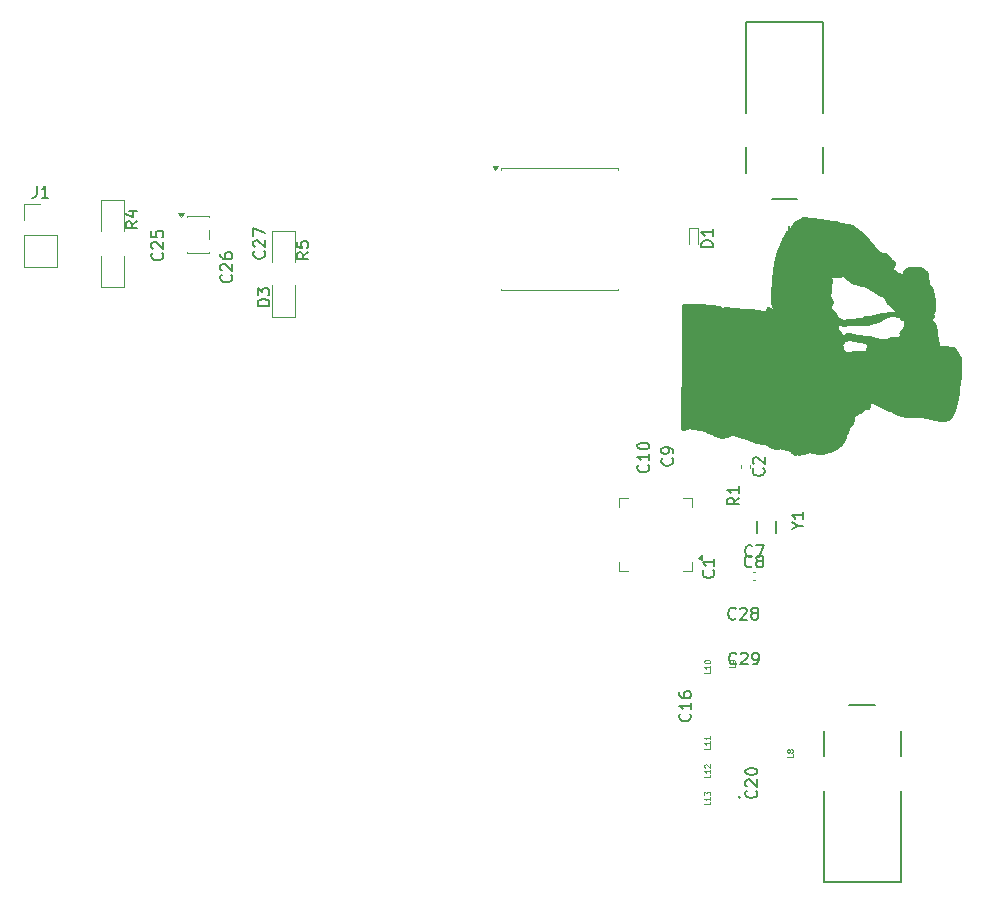
<source format=gto>
G04 #@! TF.GenerationSoftware,KiCad,Pcbnew,9.99.0-4546-gb76221958b*
G04 #@! TF.CreationDate,2026-01-23T23:00:34+05:00*
G04 #@! TF.ProjectId,Transmitter board,5472616e-736d-4697-9474-657220626f61,rev?*
G04 #@! TF.SameCoordinates,Original*
G04 #@! TF.FileFunction,Legend,Top*
G04 #@! TF.FilePolarity,Positive*
%FSLAX46Y46*%
G04 Gerber Fmt 4.6, Leading zero omitted, Abs format (unit mm)*
G04 Created by KiCad (PCBNEW 9.99.0-4546-gb76221958b) date 2026-01-23 23:00:34*
%MOMM*%
%LPD*%
G01*
G04 APERTURE LIST*
%ADD10C,0.266492*%
%ADD11C,0.150000*%
%ADD12C,0.120000*%
%ADD13C,0.127000*%
G04 APERTURE END LIST*
D10*
X101332832Y-29050788D02*
X101460678Y-29051202D01*
X101791789Y-29084406D01*
X102122511Y-29135492D01*
X102301326Y-29160400D01*
X102429251Y-29178964D01*
X102762005Y-29226516D01*
X103024660Y-29279402D01*
X103163912Y-29311579D01*
X103524763Y-29347196D01*
X103693417Y-29360273D01*
X104003193Y-29478678D01*
X104082223Y-29497798D01*
X104237609Y-29528878D01*
X104389427Y-29566066D01*
X104465254Y-29573369D01*
X104704809Y-29564726D01*
X104723328Y-29570947D01*
X104753290Y-29593416D01*
X104805778Y-29639378D01*
X104843766Y-29676776D01*
X104907937Y-29708725D01*
X104929168Y-29709344D01*
X105032075Y-29692629D01*
X105083035Y-29690988D01*
X105107247Y-29697254D01*
X105115375Y-29701004D01*
X105128813Y-29713037D01*
X105147732Y-29741584D01*
X105166099Y-29777083D01*
X105173548Y-29798184D01*
X105189428Y-29811520D01*
X105370052Y-29905143D01*
X105395735Y-29915916D01*
X105413137Y-29928347D01*
X105535697Y-30097341D01*
X105588809Y-30151562D01*
X105629748Y-30180331D01*
X105667368Y-30193600D01*
X105719367Y-30223479D01*
X105762526Y-30253358D01*
X105930334Y-30413945D01*
X106077334Y-30547664D01*
X106310345Y-30785407D01*
X106409837Y-30890296D01*
X106562252Y-31085402D01*
X106702546Y-31296031D01*
X106857625Y-31457978D01*
X106912621Y-31505081D01*
X106935880Y-31545270D01*
X106998295Y-31621872D01*
X107067230Y-31675014D01*
X107103981Y-31702849D01*
X107185093Y-31777658D01*
X107239428Y-31815462D01*
X107357358Y-31933928D01*
X107398735Y-31974500D01*
X107440933Y-32002496D01*
X107457157Y-32016289D01*
X107475826Y-32024406D01*
X107589140Y-32043744D01*
X107711981Y-32059337D01*
X107827435Y-32086650D01*
X107887546Y-32100575D01*
X107916971Y-32108801D01*
X107934377Y-32120194D01*
X107946080Y-32128102D01*
X107982201Y-32177602D01*
X108020911Y-32228343D01*
X108094570Y-32298245D01*
X108140056Y-32324553D01*
X108157339Y-32342217D01*
X108207839Y-32451158D01*
X108283960Y-32522917D01*
X108469731Y-32675662D01*
X108498742Y-32706228D01*
X108556246Y-32766064D01*
X108573465Y-32983736D01*
X108522842Y-33032226D01*
X108444998Y-33122650D01*
X108433610Y-33134255D01*
X108408518Y-33176389D01*
X108373474Y-33223524D01*
X108337815Y-33285161D01*
X108339027Y-33338339D01*
X108420608Y-33387898D01*
X108557191Y-33486629D01*
X108670829Y-33597381D01*
X108776760Y-33675387D01*
X108903460Y-33743301D01*
X109264236Y-33826772D01*
X109334762Y-33827797D01*
X109360829Y-33801735D01*
X109366962Y-33763403D01*
X109381778Y-33706165D01*
X109409716Y-33639791D01*
X109452030Y-33574688D01*
X109551299Y-33449384D01*
X109701570Y-33335815D01*
X109751450Y-33305876D01*
X109886143Y-33255991D01*
X109972817Y-33227309D01*
X110067351Y-33203568D01*
X110167705Y-33202696D01*
X110192134Y-33218401D01*
X110224417Y-33251563D01*
X110259326Y-33270756D01*
X110574325Y-33270756D01*
X110599630Y-33257672D01*
X110626683Y-33247198D01*
X110673184Y-33250515D01*
X110729761Y-33260019D01*
X110798425Y-33280314D01*
X110950132Y-33330615D01*
X111036510Y-33374034D01*
X111163984Y-33465554D01*
X111304147Y-33612801D01*
X111352017Y-33691787D01*
X111389521Y-33771583D01*
X111401490Y-33841002D01*
X111401490Y-33960685D01*
X111377283Y-34059346D01*
X111365758Y-34094915D01*
X111364255Y-34167059D01*
X111377837Y-34187725D01*
X111416598Y-34214524D01*
X111442256Y-34228778D01*
X111450238Y-34296058D01*
X111443668Y-34489431D01*
X111425262Y-34525699D01*
X111417140Y-34597160D01*
X107707301Y-35571557D01*
X107693983Y-35563866D01*
X107678689Y-35561761D01*
X107604669Y-35562129D01*
X107539244Y-35547412D01*
X107508437Y-35532414D01*
X107347338Y-35427450D01*
X107219750Y-35344618D01*
X107102798Y-35254755D01*
X106980954Y-35196106D01*
X106861934Y-35135796D01*
X106768734Y-35078142D01*
X106678405Y-35022322D01*
X106637159Y-34992267D01*
X106528598Y-34922868D01*
X106415485Y-34873557D01*
X106324607Y-34827156D01*
X106272195Y-34788719D01*
X106187993Y-34739676D01*
X106106576Y-34686475D01*
X105968073Y-34685290D01*
X105847623Y-34665407D01*
X105759274Y-34641224D01*
X105666813Y-34611989D01*
X105610378Y-34583769D01*
X105550639Y-34555506D01*
X105476129Y-34534307D01*
X105400977Y-34525312D01*
X105255364Y-34494944D01*
X105225470Y-34488335D01*
X105138337Y-34459537D01*
X105063760Y-34427085D01*
X104975027Y-34367662D01*
X104792692Y-34229278D01*
X104754433Y-34206486D01*
X104680233Y-34142125D01*
X104630174Y-34110036D01*
X104599375Y-34083083D01*
X104518519Y-34004799D01*
X104469740Y-33966291D01*
X104397868Y-33904684D01*
X104342683Y-33862327D01*
X104204065Y-33866184D01*
X104011820Y-33892801D01*
X103912560Y-33909815D01*
X103852432Y-33910385D01*
X103737298Y-33927401D01*
X103552022Y-33927493D01*
X103434890Y-33913717D01*
X103327659Y-33893701D01*
X103099470Y-33894079D01*
X103098356Y-33943526D01*
X103109290Y-33983638D01*
X103138463Y-34048226D01*
X103164780Y-34122286D01*
X103211009Y-34247535D01*
X103231241Y-34335048D01*
X103232318Y-34407216D01*
X103199775Y-34566504D01*
X103200488Y-35044092D01*
X103190946Y-35121539D01*
X103131873Y-35225082D01*
X103065691Y-35615566D01*
X103065691Y-35722835D01*
X103144158Y-35794349D01*
X103213679Y-35875798D01*
X103245462Y-35923469D01*
X103302372Y-36045743D01*
X103334076Y-36087857D01*
X103349689Y-36145578D01*
X103350631Y-36167352D01*
X103341468Y-36208958D01*
X103318022Y-36235748D01*
X103289003Y-36267005D01*
X103238757Y-36317248D01*
X103213086Y-36387579D01*
X103195215Y-36457915D01*
X103177861Y-36498236D01*
X103148146Y-36529933D01*
X103130974Y-36556342D01*
X103128990Y-36576818D01*
X103144842Y-36607853D01*
X103165319Y-36634922D01*
X103268692Y-36773331D01*
X103342478Y-36862030D01*
X103428821Y-36956221D01*
X103488828Y-37036495D01*
X103582160Y-37124862D01*
X103619889Y-37175498D01*
X103657622Y-37238050D01*
X103707269Y-37284717D01*
X103726863Y-37362568D01*
X103727888Y-37398537D01*
X103739198Y-37427323D01*
X103758730Y-37503374D01*
X103758730Y-37548598D01*
X103831694Y-37542426D01*
X103876918Y-37535233D01*
X103943721Y-37535233D01*
X103985859Y-37539345D01*
X103987917Y-37553732D01*
X104000246Y-37577373D01*
X104004358Y-37598950D01*
X104040337Y-37651372D01*
X104113610Y-37677580D01*
X104190809Y-37700462D01*
X104288438Y-37725786D01*
X104461490Y-37725661D01*
X104499707Y-37713835D01*
X104595662Y-37678920D01*
X104723844Y-37648927D01*
X105081348Y-37606454D01*
X105517408Y-37550153D01*
X105759550Y-37518454D01*
X106037515Y-37456912D01*
X106155565Y-37419929D01*
X106209612Y-37405705D01*
X106348999Y-37400019D01*
X106568032Y-37350231D01*
X107235855Y-37214661D01*
X107479194Y-37156452D01*
X107783070Y-37092409D01*
X108112686Y-37036005D01*
X108668018Y-37037796D01*
X108836953Y-37000062D01*
X108831554Y-36985678D01*
X108829764Y-36971303D01*
X108847736Y-36964116D01*
X108959268Y-36960146D01*
X108963153Y-36940862D01*
X108958579Y-36929426D01*
X108879889Y-36853277D01*
X108785977Y-36777130D01*
X108694601Y-36728907D01*
X108641298Y-36706065D01*
X108580379Y-36652757D01*
X108519464Y-36601995D01*
X108433162Y-36495388D01*
X108325207Y-36331914D01*
X108260116Y-36293451D01*
X108171360Y-36228361D01*
X108100359Y-36178066D01*
X108011597Y-36086349D01*
X107958344Y-36006465D01*
X107899174Y-35867413D01*
X107844353Y-35784747D01*
X107768216Y-35647696D01*
X107707301Y-35571557D01*
X111417114Y-34597190D01*
X111441868Y-34626890D01*
X111611968Y-34815619D01*
X111673292Y-34878188D01*
X111727104Y-34934510D01*
X111767150Y-35005837D01*
X111804696Y-35099694D01*
X111824720Y-35226094D01*
X111895337Y-35457851D01*
X111910264Y-35571080D01*
X111910264Y-35643253D01*
X111959899Y-35894116D01*
X111975623Y-36000363D01*
X111978544Y-36163774D01*
X111996616Y-36251126D01*
X111993602Y-36353542D01*
X111975529Y-36431863D01*
X111945411Y-36537292D01*
X111959452Y-36784473D01*
X111940719Y-36908679D01*
X111918048Y-36992465D01*
X111862223Y-37088461D01*
X111841345Y-37131814D01*
X111858210Y-37216901D01*
X111857409Y-37317250D01*
X111832455Y-37442586D01*
X111819806Y-37482434D01*
X111804325Y-37507621D01*
X111742756Y-37578204D01*
X111676682Y-37662296D01*
X111676682Y-37783932D01*
X111739759Y-37785429D01*
X111799821Y-37795945D01*
X111826848Y-37825979D01*
X111862890Y-37850007D01*
X111902341Y-37944251D01*
X111930519Y-37973464D01*
X111950348Y-37988072D01*
X111979561Y-37999552D01*
X112007739Y-38012072D01*
X112027556Y-38032941D01*
X112067223Y-38103448D01*
X112092568Y-38166787D01*
X112090753Y-38225307D01*
X112082107Y-38278648D01*
X112082107Y-38306046D01*
X112084986Y-38324788D01*
X112135445Y-38415619D01*
X112155497Y-38490906D01*
X112167258Y-38537962D01*
X112167258Y-38643830D01*
X112184373Y-38739013D01*
X112179697Y-39030804D01*
X112213485Y-39170279D01*
X112234059Y-39252590D01*
X112246221Y-39346127D01*
X112245460Y-39395603D01*
X112260426Y-39423772D01*
X112300313Y-39524544D01*
X112319211Y-39610619D01*
X112314446Y-39858167D01*
X112321993Y-39879132D01*
X112328703Y-39895067D01*
X112344632Y-39905132D01*
X112381537Y-39910159D01*
X112463728Y-39926935D01*
X112516567Y-39942870D01*
X112583660Y-39943711D01*
X112732108Y-39924421D01*
X112939851Y-39924472D01*
X113026764Y-39936111D01*
X113124538Y-39967930D01*
X113185841Y-39991982D01*
X113294285Y-40042192D01*
X113518637Y-40042203D01*
X113573393Y-40053291D01*
X113630217Y-40062303D01*
X113676657Y-40089332D01*
X113718931Y-40117742D01*
X113749428Y-40155169D01*
X113768828Y-40182201D01*
X113851644Y-40310782D01*
X113876837Y-40347010D01*
X114020145Y-40548574D01*
X114031163Y-40573770D01*
X114135673Y-40849246D01*
X114159987Y-40966733D01*
X114179257Y-41708500D01*
X114194488Y-42363309D01*
X114047351Y-43358837D01*
X114000034Y-43746217D01*
X113886834Y-44314249D01*
X113879823Y-44355969D01*
X113853886Y-44485073D01*
X113835953Y-44636833D01*
X113825038Y-44681181D01*
X113806757Y-44758124D01*
X113789222Y-44799679D01*
X113761902Y-44906477D01*
X113734586Y-45010790D01*
X113597445Y-45411577D01*
X113573399Y-45465224D01*
X113541702Y-45541912D01*
X113530726Y-45567193D01*
X113502103Y-45625868D01*
X113470616Y-45669760D01*
X113444399Y-45724341D01*
X113423976Y-45758075D01*
X113393647Y-45804801D01*
X113372109Y-45853653D01*
X113359970Y-45884276D01*
X113343870Y-45910933D01*
X113316940Y-45935480D01*
X113239864Y-45973416D01*
X113177281Y-45988067D01*
X113130682Y-46002375D01*
X113104721Y-46018020D01*
X113080756Y-46037324D01*
X113057198Y-46050052D01*
X113046845Y-46054516D01*
X113024795Y-46057654D01*
X113008158Y-46061835D01*
X112977751Y-46073600D01*
X112962538Y-46083744D01*
X112939532Y-46097694D01*
X112936088Y-46105127D01*
X112903310Y-46119699D01*
X112528176Y-46117875D01*
X112430322Y-46101555D01*
X112372040Y-46077078D01*
X112257806Y-46048517D01*
X112170385Y-46043274D01*
X112047996Y-46019953D01*
X111751302Y-45950076D01*
X111386298Y-45897098D01*
X110763101Y-45802920D01*
X110395073Y-45765460D01*
X110290091Y-45750802D01*
X110190724Y-45738312D01*
X110140165Y-45726833D01*
X110099034Y-45720812D01*
X110053869Y-45728093D01*
X109999515Y-45747231D01*
X109935963Y-45774407D01*
X109853961Y-45799157D01*
X109818262Y-45807210D01*
X109778004Y-45808818D01*
X109662518Y-45797319D01*
X109617633Y-45790961D01*
X109545726Y-45779443D01*
X109481376Y-45759176D01*
X109396084Y-45727231D01*
X109369137Y-45711062D01*
X109316323Y-45698670D01*
X109236275Y-45673796D01*
X109170997Y-45660001D01*
X109123295Y-45643542D01*
X109103279Y-45632599D01*
X109078377Y-45618404D01*
X109013664Y-45619098D01*
X108984099Y-45609556D01*
X108959239Y-45602348D01*
X108935881Y-45584226D01*
X108896788Y-45561825D01*
X108842920Y-45538465D01*
X108783332Y-45512252D01*
X108726603Y-45485549D01*
X108671344Y-45456535D01*
X108649129Y-45442963D01*
X108609330Y-45416122D01*
X108580332Y-45399148D01*
X108535285Y-45381867D01*
X108490748Y-45352841D01*
X108431924Y-45329967D01*
X108378450Y-45303818D01*
X108331968Y-45289349D01*
X108241982Y-45273404D01*
X108190639Y-45249086D01*
X108149483Y-45240521D01*
X108089751Y-45220907D01*
X108037765Y-45193098D01*
X107985789Y-45170755D01*
X107896398Y-45125606D01*
X107769304Y-45058205D01*
X107720159Y-45035030D01*
X107692071Y-45029415D01*
X107630983Y-44998525D01*
X107488595Y-44914823D01*
X107419486Y-44866897D01*
X107393255Y-44847229D01*
X107360468Y-44827555D01*
X107331211Y-44815444D01*
X107294389Y-44801824D01*
X107255544Y-44782659D01*
X107209161Y-44751187D01*
X107178955Y-44733732D01*
X107151884Y-44724781D01*
X107104676Y-44717178D01*
X107071344Y-44707784D01*
X106978150Y-44667170D01*
X106935771Y-44643760D01*
X106869052Y-44618241D01*
X106797647Y-44605132D01*
X106733234Y-44606966D01*
X106591466Y-44590248D01*
X106517617Y-44590248D01*
X106500910Y-44599952D01*
X106485816Y-44630144D01*
X106486039Y-44743446D01*
X106486039Y-44840358D01*
X106497148Y-44894054D01*
X106491559Y-44955283D01*
X106482963Y-44982812D01*
X106474357Y-45003458D01*
X106459216Y-45023068D01*
X106445448Y-45038898D01*
X106401442Y-45064896D01*
X106346487Y-45078250D01*
X106263898Y-45078870D01*
X106158903Y-45078684D01*
X106112544Y-45090243D01*
X106065431Y-45104322D01*
X106045451Y-45112295D01*
X106027977Y-45122447D01*
X106020222Y-45127363D01*
X105962937Y-45180468D01*
X105920847Y-45230008D01*
X105914401Y-45243573D01*
X105885381Y-45287104D01*
X105840603Y-45338814D01*
X105777048Y-45389099D01*
X105714050Y-45428336D01*
X105639534Y-45441847D01*
X105575032Y-45448397D01*
X105528169Y-45464020D01*
X105459124Y-45503829D01*
X105386558Y-45566320D01*
X105333431Y-45602205D01*
X105290266Y-45637426D01*
X105245113Y-45679108D01*
X105207406Y-45727731D01*
X105143070Y-45808703D01*
X105125639Y-45843142D01*
X105119966Y-45882463D01*
X105120978Y-45970073D01*
X105120978Y-46052146D01*
X105119564Y-46090353D01*
X105070757Y-46263748D01*
X105054634Y-46282550D01*
X105004597Y-46342672D01*
X105001574Y-46389684D01*
X104990450Y-46436855D01*
X104977244Y-46454029D01*
X104877039Y-46560033D01*
X104806504Y-46625466D01*
X104755529Y-46671540D01*
X104735922Y-46698983D01*
X104707988Y-46797987D01*
X104670420Y-46929822D01*
X104650991Y-46986751D01*
X104638384Y-47044362D01*
X104615049Y-47122877D01*
X104602147Y-47168501D01*
X104595233Y-47184171D01*
X104574488Y-47201225D01*
X104553289Y-47209984D01*
X104521486Y-47217818D01*
X104498908Y-47233030D01*
X104468204Y-47289857D01*
X104449579Y-47376400D01*
X104449579Y-47442127D01*
X104422188Y-47519907D01*
X104399188Y-47582348D01*
X104375471Y-47704844D01*
X104369875Y-47750486D01*
X104356408Y-47798667D01*
X104297098Y-47867134D01*
X104184462Y-47990302D01*
X104145611Y-48017100D01*
X103995904Y-48186038D01*
X103885707Y-48301606D01*
X103707557Y-48450724D01*
X103602368Y-48517087D01*
X103488701Y-48566505D01*
X103314930Y-48653719D01*
X103189361Y-48705821D01*
X103097141Y-48741576D01*
X103003761Y-48768025D01*
X102929465Y-48768025D01*
X102832877Y-48783820D01*
X102726065Y-48804245D01*
X102646198Y-48832114D01*
X102545893Y-48861828D01*
X102437110Y-48866215D01*
X102350337Y-48885128D01*
X102195919Y-48884269D01*
X102076965Y-48882005D01*
X101829070Y-48854875D01*
X101781282Y-48845527D01*
X101630623Y-48812796D01*
X101569838Y-48775912D01*
X101508475Y-48749811D01*
X101430473Y-48736502D01*
X101385005Y-48744636D01*
X101332133Y-48750915D01*
X101331767Y-48750915D01*
X101322053Y-48785846D01*
X101310014Y-48801663D01*
X101285574Y-48819186D01*
X101204200Y-48840450D01*
X100985662Y-48885090D01*
X100820745Y-48904918D01*
X100715730Y-48932242D01*
X100554922Y-48974783D01*
X100517922Y-48973934D01*
X100470692Y-48946687D01*
X100442590Y-48936331D01*
X100329882Y-48936331D01*
X100253223Y-48950189D01*
X100194260Y-48951584D01*
X100136694Y-48947845D01*
X100110480Y-48938483D01*
X100085676Y-48916019D01*
X100058528Y-48893558D01*
X100015937Y-48853772D01*
X99956673Y-48784559D01*
X99886149Y-48702969D01*
X99837745Y-48645576D01*
X99788650Y-48611009D01*
X99754078Y-48606860D01*
X99717432Y-48595796D01*
X99687665Y-48581098D01*
X99658436Y-48561163D01*
X99571709Y-48561621D01*
X99447872Y-48548173D01*
X99302280Y-48513914D01*
X99198787Y-48487747D01*
X99094710Y-48452061D01*
X99009653Y-48421726D01*
X98986458Y-48412212D01*
X98890879Y-48411737D01*
X98825090Y-48429535D01*
X98724457Y-48464370D01*
X98654018Y-48477529D01*
X98573265Y-48475401D01*
X98517154Y-48463668D01*
X98462832Y-48447857D01*
X98401868Y-48425059D01*
X98266539Y-48359674D01*
X98129692Y-48294291D01*
X98030853Y-48233468D01*
X97939621Y-48168087D01*
X97834700Y-48102703D01*
X97772360Y-48067725D01*
X97704442Y-48043071D01*
X97613274Y-48043968D01*
X97518541Y-48059756D01*
X97433372Y-48054655D01*
X97105587Y-47995174D01*
X96942131Y-47950498D01*
X96804422Y-47907928D01*
X96509816Y-47796654D01*
X96303107Y-47710460D01*
X96091289Y-47628658D01*
X95874872Y-47562734D01*
X95732491Y-47506356D01*
X95473951Y-47429422D01*
X95344167Y-47390042D01*
X95200161Y-47342583D01*
X95133989Y-47321843D01*
X95001122Y-47282492D01*
X94912691Y-47283593D01*
X94860518Y-47300066D01*
X94778685Y-47335214D01*
X94598700Y-47400032D01*
X94433532Y-47449392D01*
X94333410Y-47472870D01*
X94198011Y-47495214D01*
X94153669Y-47506073D01*
X93961057Y-47506911D01*
X93896902Y-47498468D01*
X93787722Y-47484957D01*
X93652166Y-47451340D01*
X93535202Y-47412882D01*
X93425186Y-47367494D01*
X93160293Y-47242049D01*
X93080862Y-47201535D01*
X92843874Y-47083153D01*
X92721827Y-47016367D01*
X92611797Y-46959719D01*
X92579431Y-46939374D01*
X92521873Y-46915102D01*
X92348297Y-46889922D01*
X92235622Y-46880253D01*
X92170281Y-46871424D01*
X91959564Y-46828819D01*
X91823324Y-46809596D01*
X91683151Y-46778593D01*
X91633851Y-46776786D01*
X91523360Y-46750045D01*
X91377709Y-46734132D01*
X91302059Y-46730247D01*
X91239252Y-46740954D01*
X91055482Y-46795435D01*
X90842529Y-46851088D01*
X90741482Y-46881786D01*
X90697563Y-46879850D01*
X90676576Y-46861967D01*
X90680437Y-39722793D01*
X104127318Y-39722793D01*
X104127318Y-39750933D01*
X104148800Y-39806993D01*
X104160385Y-39866564D01*
X104161109Y-40028956D01*
X104173091Y-40061464D01*
X104198758Y-40110230D01*
X104262892Y-40175251D01*
X104294726Y-40223011D01*
X104309483Y-40245527D01*
X104374692Y-40318345D01*
X104463813Y-40395510D01*
X104850405Y-40396663D01*
X104967350Y-40414103D01*
X105006188Y-40412750D01*
X105143283Y-40390594D01*
X105242980Y-40379519D01*
X105338535Y-40379519D01*
X105384231Y-40361512D01*
X105445160Y-40342128D01*
X105519939Y-40329665D01*
X105690267Y-40328276D01*
X105932720Y-40360013D01*
X106056277Y-40382340D01*
X106152297Y-40397230D01*
X106183559Y-40397230D01*
X106232686Y-40348106D01*
X106255010Y-40308658D01*
X106287022Y-40228270D01*
X106313024Y-40142054D01*
X106340893Y-40024371D01*
X106363608Y-39889131D01*
X106374283Y-39746937D01*
X106381759Y-39696358D01*
X106379457Y-39606257D01*
X106363678Y-39580319D01*
X106314809Y-39556469D01*
X106187992Y-39530877D01*
X106045460Y-39494111D01*
X105786226Y-39449135D01*
X105545930Y-39404151D01*
X105244829Y-39351285D01*
X105081290Y-39317589D01*
X104924695Y-39286862D01*
X104851289Y-39268188D01*
X104602584Y-39267032D01*
X104578346Y-39268492D01*
X104508380Y-39301412D01*
X104455882Y-39327398D01*
X104423347Y-39337488D01*
X104389389Y-39344636D01*
X104325053Y-39361838D01*
X104268230Y-39383320D01*
X104248723Y-39391012D01*
X104260640Y-39407466D01*
X104261676Y-39424573D01*
X104260688Y-39475810D01*
X104248984Y-39534603D01*
X104236745Y-39564657D01*
X104216876Y-39597919D01*
X104205170Y-39611209D01*
X104169679Y-39661344D01*
X104147903Y-39685735D01*
X104127318Y-39722793D01*
X90680437Y-39722793D01*
X90681229Y-38258246D01*
X103731155Y-38258246D01*
X103739937Y-38301481D01*
X103759374Y-38331967D01*
X103778806Y-38357119D01*
X103791000Y-38384938D01*
X103789567Y-38530012D01*
X103828276Y-38582079D01*
X103951926Y-38698652D01*
X104023100Y-38760747D01*
X104076182Y-38825353D01*
X104098507Y-38864813D01*
X104106876Y-38905874D01*
X104106876Y-38939734D01*
X104115577Y-38948439D01*
X104143879Y-38980330D01*
X104167339Y-39027595D01*
X104190113Y-39066361D01*
X104207798Y-39081316D01*
X104224800Y-39090153D01*
X104248935Y-39080632D01*
X104282256Y-39055132D01*
X104335665Y-39019578D01*
X104392099Y-38983329D01*
X104429041Y-38961098D01*
X104466123Y-38927322D01*
X104480459Y-38893879D01*
X104501013Y-38870935D01*
X104555078Y-38845610D01*
X104631222Y-38830383D01*
X104929854Y-38829503D01*
X104943886Y-38836525D01*
X104957918Y-38862245D01*
X104987152Y-38916031D01*
X105011924Y-38936977D01*
X105164206Y-38952203D01*
X105346941Y-38982665D01*
X105483995Y-38982665D01*
X105681963Y-39013121D01*
X105819010Y-39013121D01*
X106047435Y-39043575D01*
X106336431Y-39080771D01*
X106415311Y-39088140D01*
X106500256Y-39104606D01*
X106494968Y-39126577D01*
X106500259Y-39104614D01*
X106837348Y-39177500D01*
X107392491Y-39304831D01*
X107552619Y-39334821D01*
X107943999Y-39336829D01*
X108037458Y-39320037D01*
X108141681Y-39280800D01*
X108240252Y-39243185D01*
X108346602Y-39206871D01*
X108543743Y-39167964D01*
X108783680Y-39166664D01*
X108851128Y-39173150D01*
X108955069Y-39187192D01*
X109004639Y-39199343D01*
X109045851Y-39209608D01*
X109063702Y-39198775D01*
X109072578Y-39190130D01*
X109119262Y-39067039D01*
X109136836Y-38987576D01*
X109146930Y-38884986D01*
X109145567Y-38817682D01*
X109139654Y-38765829D01*
X109134463Y-38716838D01*
X109142845Y-38690211D01*
X109151231Y-38673942D01*
X109184260Y-38648301D01*
X109224196Y-38610335D01*
X109326316Y-38524177D01*
X109359429Y-38465154D01*
X109388217Y-38427720D01*
X109467398Y-38345665D01*
X109470275Y-38318313D01*
X109478914Y-38244894D01*
X109501743Y-38149956D01*
X109500926Y-38009111D01*
X109517645Y-37856541D01*
X109517645Y-37750182D01*
X109509825Y-37689185D01*
X109491057Y-37653209D01*
X109462903Y-37629748D01*
X109425365Y-37621926D01*
X109392519Y-37598461D01*
X109354978Y-37596898D01*
X109309621Y-37587521D01*
X109262694Y-37567177D01*
X109228285Y-37542154D01*
X109203262Y-37518696D01*
X109189180Y-37481157D01*
X109167286Y-37413898D01*
X109146956Y-37346640D01*
X109107245Y-37260059D01*
X109147027Y-37347086D01*
X109123889Y-37347230D01*
X109105591Y-37332114D01*
X109078539Y-37319389D01*
X109044329Y-37296316D01*
X109015687Y-37304271D01*
X108969543Y-37320183D01*
X108905896Y-37321778D01*
X108851003Y-37312224D01*
X108806451Y-37293930D01*
X108730868Y-37254151D01*
X108604505Y-37237799D01*
X108403665Y-37217712D01*
X108287385Y-37217712D01*
X108180626Y-37245199D01*
X108100291Y-37264227D01*
X108045322Y-37277971D01*
X107955734Y-37331825D01*
X107830882Y-37388718D01*
X107753442Y-37426650D01*
X107639656Y-37510409D01*
X107506902Y-37589429D01*
X107361512Y-37658963D01*
X107192415Y-37723758D01*
X106991708Y-37772753D01*
X106817796Y-37828532D01*
X106656462Y-37869432D01*
X106304263Y-37946689D01*
X105717363Y-38021994D01*
X105583254Y-38019429D01*
X105008165Y-37986841D01*
X104929280Y-37987387D01*
X104557351Y-38021228D01*
X104511372Y-38023302D01*
X104460547Y-38047850D01*
X104413837Y-38084007D01*
X104381273Y-38096704D01*
X104328283Y-38096704D01*
X104286875Y-38081246D01*
X104251004Y-38059720D01*
X104222298Y-38027152D01*
X104198562Y-37996240D01*
X104158817Y-37978024D01*
X104088164Y-37976367D01*
X104017553Y-37955205D01*
X103922412Y-37933119D01*
X103859552Y-37918392D01*
X103808577Y-37919527D01*
X103786496Y-37923492D01*
X103766679Y-37945580D01*
X103751384Y-37977856D01*
X103732757Y-38068970D01*
X103731155Y-38258246D01*
X90681229Y-38258246D01*
X90682245Y-36378648D01*
X90700377Y-36360861D01*
X90727832Y-36353563D01*
X90754935Y-36353563D01*
X90820270Y-36363295D01*
X90906118Y-36386235D01*
X91335850Y-36385255D01*
X91551518Y-36403748D01*
X91973536Y-36404649D01*
X93370265Y-36496656D01*
X93545979Y-36555606D01*
X93826570Y-36562195D01*
X93886597Y-36601208D01*
X93929362Y-36645473D01*
X93975885Y-36672487D01*
X94173111Y-36672988D01*
X94232880Y-36627595D01*
X94284326Y-36598086D01*
X94372847Y-36597333D01*
X94456826Y-36615493D01*
X94572363Y-36614222D01*
X94786039Y-36707413D01*
X94859461Y-36709292D01*
X95100736Y-36682441D01*
X95926442Y-36790715D01*
X96012807Y-36790715D01*
X96289272Y-36824740D01*
X96411780Y-36824740D01*
X96488863Y-36808224D01*
X96581092Y-36801341D01*
X96638899Y-36809609D01*
X96702223Y-36821985D01*
X96768292Y-36850895D01*
X96838493Y-36885307D01*
X96901813Y-36911465D01*
X97647973Y-36932916D01*
X97713964Y-36933888D01*
X97769679Y-36883058D01*
X97824177Y-36798025D01*
X97839903Y-36770803D01*
X97859258Y-36716364D01*
X97873169Y-36677661D01*
X97885266Y-36661332D01*
X97902807Y-36649840D01*
X97941202Y-36650458D01*
X98014085Y-36697477D01*
X98125757Y-36698656D01*
X98289930Y-36754151D01*
X98417978Y-36778635D01*
X98417662Y-36724023D01*
X98401875Y-36629296D01*
X98374060Y-36491583D01*
X98298425Y-36164399D01*
X98260855Y-35364058D01*
X98385502Y-33362089D01*
X98595761Y-32415760D01*
X98804847Y-31814616D01*
X98934462Y-31421417D01*
X99099965Y-31035017D01*
X99198477Y-30798584D01*
X99346731Y-30508563D01*
X99441910Y-30337282D01*
X99467355Y-30284271D01*
X99561753Y-30194717D01*
X99673092Y-30126935D01*
X99757810Y-30054327D01*
X99791697Y-29993814D01*
X99830428Y-29926041D01*
X99884844Y-29842342D01*
X99944404Y-29780134D01*
X100007932Y-29719251D01*
X100078077Y-29631903D01*
X100153520Y-29535285D01*
X100201171Y-29471753D01*
X100301138Y-29373036D01*
X100340863Y-29339271D01*
X100382572Y-29311464D01*
X100442154Y-29284985D01*
X100495783Y-29267770D01*
X100567024Y-29253464D01*
X100623964Y-29208179D01*
X100677608Y-29160205D01*
X100731322Y-29116980D01*
X100800982Y-29071238D01*
X100880037Y-29045631D01*
X101054299Y-29026330D01*
X101162827Y-29025777D01*
X101332832Y-29050788D01*
G36*
X101332832Y-29050788D02*
G01*
X101460678Y-29051202D01*
X101791789Y-29084406D01*
X102122511Y-29135492D01*
X102301326Y-29160400D01*
X102429251Y-29178964D01*
X102762005Y-29226516D01*
X103024660Y-29279402D01*
X103163912Y-29311579D01*
X103524763Y-29347196D01*
X103693417Y-29360273D01*
X104003193Y-29478678D01*
X104082223Y-29497798D01*
X104237609Y-29528878D01*
X104389427Y-29566066D01*
X104465254Y-29573369D01*
X104704809Y-29564726D01*
X104723328Y-29570947D01*
X104753290Y-29593416D01*
X104805778Y-29639378D01*
X104843766Y-29676776D01*
X104907937Y-29708725D01*
X104929168Y-29709344D01*
X105032075Y-29692629D01*
X105083035Y-29690988D01*
X105107247Y-29697254D01*
X105115375Y-29701004D01*
X105128813Y-29713037D01*
X105147732Y-29741584D01*
X105166099Y-29777083D01*
X105173548Y-29798184D01*
X105189428Y-29811520D01*
X105370052Y-29905143D01*
X105395735Y-29915916D01*
X105413137Y-29928347D01*
X105535697Y-30097341D01*
X105588809Y-30151562D01*
X105629748Y-30180331D01*
X105667368Y-30193600D01*
X105719367Y-30223479D01*
X105762526Y-30253358D01*
X105930334Y-30413945D01*
X106077334Y-30547664D01*
X106310345Y-30785407D01*
X106409837Y-30890296D01*
X106562252Y-31085402D01*
X106702546Y-31296031D01*
X106857625Y-31457978D01*
X106912621Y-31505081D01*
X106935880Y-31545270D01*
X106998295Y-31621872D01*
X107067230Y-31675014D01*
X107103981Y-31702849D01*
X107185093Y-31777658D01*
X107239428Y-31815462D01*
X107357358Y-31933928D01*
X107398735Y-31974500D01*
X107440933Y-32002496D01*
X107457157Y-32016289D01*
X107475826Y-32024406D01*
X107589140Y-32043744D01*
X107711981Y-32059337D01*
X107827435Y-32086650D01*
X107887546Y-32100575D01*
X107916971Y-32108801D01*
X107934377Y-32120194D01*
X107946080Y-32128102D01*
X107982201Y-32177602D01*
X108020911Y-32228343D01*
X108094570Y-32298245D01*
X108140056Y-32324553D01*
X108157339Y-32342217D01*
X108207839Y-32451158D01*
X108283960Y-32522917D01*
X108469731Y-32675662D01*
X108498742Y-32706228D01*
X108556246Y-32766064D01*
X108573465Y-32983736D01*
X108522842Y-33032226D01*
X108444998Y-33122650D01*
X108433610Y-33134255D01*
X108408518Y-33176389D01*
X108373474Y-33223524D01*
X108337815Y-33285161D01*
X108339027Y-33338339D01*
X108420608Y-33387898D01*
X108557191Y-33486629D01*
X108670829Y-33597381D01*
X108776760Y-33675387D01*
X108903460Y-33743301D01*
X109264236Y-33826772D01*
X109334762Y-33827797D01*
X109360829Y-33801735D01*
X109366962Y-33763403D01*
X109381778Y-33706165D01*
X109409716Y-33639791D01*
X109452030Y-33574688D01*
X109551299Y-33449384D01*
X109701570Y-33335815D01*
X109751450Y-33305876D01*
X109886143Y-33255991D01*
X109972817Y-33227309D01*
X110067351Y-33203568D01*
X110167705Y-33202696D01*
X110192134Y-33218401D01*
X110224417Y-33251563D01*
X110259326Y-33270756D01*
X110574325Y-33270756D01*
X110599630Y-33257672D01*
X110626683Y-33247198D01*
X110673184Y-33250515D01*
X110729761Y-33260019D01*
X110798425Y-33280314D01*
X110950132Y-33330615D01*
X111036510Y-33374034D01*
X111163984Y-33465554D01*
X111304147Y-33612801D01*
X111352017Y-33691787D01*
X111389521Y-33771583D01*
X111401490Y-33841002D01*
X111401490Y-33960685D01*
X111377283Y-34059346D01*
X111365758Y-34094915D01*
X111364255Y-34167059D01*
X111377837Y-34187725D01*
X111416598Y-34214524D01*
X111442256Y-34228778D01*
X111450238Y-34296058D01*
X111443668Y-34489431D01*
X111425262Y-34525699D01*
X111417140Y-34597160D01*
X107707301Y-35571557D01*
X107693983Y-35563866D01*
X107678689Y-35561761D01*
X107604669Y-35562129D01*
X107539244Y-35547412D01*
X107508437Y-35532414D01*
X107347338Y-35427450D01*
X107219750Y-35344618D01*
X107102798Y-35254755D01*
X106980954Y-35196106D01*
X106861934Y-35135796D01*
X106768734Y-35078142D01*
X106678405Y-35022322D01*
X106637159Y-34992267D01*
X106528598Y-34922868D01*
X106415485Y-34873557D01*
X106324607Y-34827156D01*
X106272195Y-34788719D01*
X106187993Y-34739676D01*
X106106576Y-34686475D01*
X105968073Y-34685290D01*
X105847623Y-34665407D01*
X105759274Y-34641224D01*
X105666813Y-34611989D01*
X105610378Y-34583769D01*
X105550639Y-34555506D01*
X105476129Y-34534307D01*
X105400977Y-34525312D01*
X105255364Y-34494944D01*
X105225470Y-34488335D01*
X105138337Y-34459537D01*
X105063760Y-34427085D01*
X104975027Y-34367662D01*
X104792692Y-34229278D01*
X104754433Y-34206486D01*
X104680233Y-34142125D01*
X104630174Y-34110036D01*
X104599375Y-34083083D01*
X104518519Y-34004799D01*
X104469740Y-33966291D01*
X104397868Y-33904684D01*
X104342683Y-33862327D01*
X104204065Y-33866184D01*
X104011820Y-33892801D01*
X103912560Y-33909815D01*
X103852432Y-33910385D01*
X103737298Y-33927401D01*
X103552022Y-33927493D01*
X103434890Y-33913717D01*
X103327659Y-33893701D01*
X103099470Y-33894079D01*
X103098356Y-33943526D01*
X103109290Y-33983638D01*
X103138463Y-34048226D01*
X103164780Y-34122286D01*
X103211009Y-34247535D01*
X103231241Y-34335048D01*
X103232318Y-34407216D01*
X103199775Y-34566504D01*
X103200488Y-35044092D01*
X103190946Y-35121539D01*
X103131873Y-35225082D01*
X103065691Y-35615566D01*
X103065691Y-35722835D01*
X103144158Y-35794349D01*
X103213679Y-35875798D01*
X103245462Y-35923469D01*
X103302372Y-36045743D01*
X103334076Y-36087857D01*
X103349689Y-36145578D01*
X103350631Y-36167352D01*
X103341468Y-36208958D01*
X103318022Y-36235748D01*
X103289003Y-36267005D01*
X103238757Y-36317248D01*
X103213086Y-36387579D01*
X103195215Y-36457915D01*
X103177861Y-36498236D01*
X103148146Y-36529933D01*
X103130974Y-36556342D01*
X103128990Y-36576818D01*
X103144842Y-36607853D01*
X103165319Y-36634922D01*
X103268692Y-36773331D01*
X103342478Y-36862030D01*
X103428821Y-36956221D01*
X103488828Y-37036495D01*
X103582160Y-37124862D01*
X103619889Y-37175498D01*
X103657622Y-37238050D01*
X103707269Y-37284717D01*
X103726863Y-37362568D01*
X103727888Y-37398537D01*
X103739198Y-37427323D01*
X103758730Y-37503374D01*
X103758730Y-37548598D01*
X103831694Y-37542426D01*
X103876918Y-37535233D01*
X103943721Y-37535233D01*
X103985859Y-37539345D01*
X103987917Y-37553732D01*
X104000246Y-37577373D01*
X104004358Y-37598950D01*
X104040337Y-37651372D01*
X104113610Y-37677580D01*
X104190809Y-37700462D01*
X104288438Y-37725786D01*
X104461490Y-37725661D01*
X104499707Y-37713835D01*
X104595662Y-37678920D01*
X104723844Y-37648927D01*
X105081348Y-37606454D01*
X105517408Y-37550153D01*
X105759550Y-37518454D01*
X106037515Y-37456912D01*
X106155565Y-37419929D01*
X106209612Y-37405705D01*
X106348999Y-37400019D01*
X106568032Y-37350231D01*
X107235855Y-37214661D01*
X107479194Y-37156452D01*
X107783070Y-37092409D01*
X108112686Y-37036005D01*
X108668018Y-37037796D01*
X108836953Y-37000062D01*
X108831554Y-36985678D01*
X108829764Y-36971303D01*
X108847736Y-36964116D01*
X108959268Y-36960146D01*
X108963153Y-36940862D01*
X108958579Y-36929426D01*
X108879889Y-36853277D01*
X108785977Y-36777130D01*
X108694601Y-36728907D01*
X108641298Y-36706065D01*
X108580379Y-36652757D01*
X108519464Y-36601995D01*
X108433162Y-36495388D01*
X108325207Y-36331914D01*
X108260116Y-36293451D01*
X108171360Y-36228361D01*
X108100359Y-36178066D01*
X108011597Y-36086349D01*
X107958344Y-36006465D01*
X107899174Y-35867413D01*
X107844353Y-35784747D01*
X107768216Y-35647696D01*
X107707301Y-35571557D01*
X111417114Y-34597190D01*
X111441868Y-34626890D01*
X111611968Y-34815619D01*
X111673292Y-34878188D01*
X111727104Y-34934510D01*
X111767150Y-35005837D01*
X111804696Y-35099694D01*
X111824720Y-35226094D01*
X111895337Y-35457851D01*
X111910264Y-35571080D01*
X111910264Y-35643253D01*
X111959899Y-35894116D01*
X111975623Y-36000363D01*
X111978544Y-36163774D01*
X111996616Y-36251126D01*
X111993602Y-36353542D01*
X111975529Y-36431863D01*
X111945411Y-36537292D01*
X111959452Y-36784473D01*
X111940719Y-36908679D01*
X111918048Y-36992465D01*
X111862223Y-37088461D01*
X111841345Y-37131814D01*
X111858210Y-37216901D01*
X111857409Y-37317250D01*
X111832455Y-37442586D01*
X111819806Y-37482434D01*
X111804325Y-37507621D01*
X111742756Y-37578204D01*
X111676682Y-37662296D01*
X111676682Y-37783932D01*
X111739759Y-37785429D01*
X111799821Y-37795945D01*
X111826848Y-37825979D01*
X111862890Y-37850007D01*
X111902341Y-37944251D01*
X111930519Y-37973464D01*
X111950348Y-37988072D01*
X111979561Y-37999552D01*
X112007739Y-38012072D01*
X112027556Y-38032941D01*
X112067223Y-38103448D01*
X112092568Y-38166787D01*
X112090753Y-38225307D01*
X112082107Y-38278648D01*
X112082107Y-38306046D01*
X112084986Y-38324788D01*
X112135445Y-38415619D01*
X112155497Y-38490906D01*
X112167258Y-38537962D01*
X112167258Y-38643830D01*
X112184373Y-38739013D01*
X112179697Y-39030804D01*
X112213485Y-39170279D01*
X112234059Y-39252590D01*
X112246221Y-39346127D01*
X112245460Y-39395603D01*
X112260426Y-39423772D01*
X112300313Y-39524544D01*
X112319211Y-39610619D01*
X112314446Y-39858167D01*
X112321993Y-39879132D01*
X112328703Y-39895067D01*
X112344632Y-39905132D01*
X112381537Y-39910159D01*
X112463728Y-39926935D01*
X112516567Y-39942870D01*
X112583660Y-39943711D01*
X112732108Y-39924421D01*
X112939851Y-39924472D01*
X113026764Y-39936111D01*
X113124538Y-39967930D01*
X113185841Y-39991982D01*
X113294285Y-40042192D01*
X113518637Y-40042203D01*
X113573393Y-40053291D01*
X113630217Y-40062303D01*
X113676657Y-40089332D01*
X113718931Y-40117742D01*
X113749428Y-40155169D01*
X113768828Y-40182201D01*
X113851644Y-40310782D01*
X113876837Y-40347010D01*
X114020145Y-40548574D01*
X114031163Y-40573770D01*
X114135673Y-40849246D01*
X114159987Y-40966733D01*
X114179257Y-41708500D01*
X114194488Y-42363309D01*
X114047351Y-43358837D01*
X114000034Y-43746217D01*
X113886834Y-44314249D01*
X113879823Y-44355969D01*
X113853886Y-44485073D01*
X113835953Y-44636833D01*
X113825038Y-44681181D01*
X113806757Y-44758124D01*
X113789222Y-44799679D01*
X113761902Y-44906477D01*
X113734586Y-45010790D01*
X113597445Y-45411577D01*
X113573399Y-45465224D01*
X113541702Y-45541912D01*
X113530726Y-45567193D01*
X113502103Y-45625868D01*
X113470616Y-45669760D01*
X113444399Y-45724341D01*
X113423976Y-45758075D01*
X113393647Y-45804801D01*
X113372109Y-45853653D01*
X113359970Y-45884276D01*
X113343870Y-45910933D01*
X113316940Y-45935480D01*
X113239864Y-45973416D01*
X113177281Y-45988067D01*
X113130682Y-46002375D01*
X113104721Y-46018020D01*
X113080756Y-46037324D01*
X113057198Y-46050052D01*
X113046845Y-46054516D01*
X113024795Y-46057654D01*
X113008158Y-46061835D01*
X112977751Y-46073600D01*
X112962538Y-46083744D01*
X112939532Y-46097694D01*
X112936088Y-46105127D01*
X112903310Y-46119699D01*
X112528176Y-46117875D01*
X112430322Y-46101555D01*
X112372040Y-46077078D01*
X112257806Y-46048517D01*
X112170385Y-46043274D01*
X112047996Y-46019953D01*
X111751302Y-45950076D01*
X111386298Y-45897098D01*
X110763101Y-45802920D01*
X110395073Y-45765460D01*
X110290091Y-45750802D01*
X110190724Y-45738312D01*
X110140165Y-45726833D01*
X110099034Y-45720812D01*
X110053869Y-45728093D01*
X109999515Y-45747231D01*
X109935963Y-45774407D01*
X109853961Y-45799157D01*
X109818262Y-45807210D01*
X109778004Y-45808818D01*
X109662518Y-45797319D01*
X109617633Y-45790961D01*
X109545726Y-45779443D01*
X109481376Y-45759176D01*
X109396084Y-45727231D01*
X109369137Y-45711062D01*
X109316323Y-45698670D01*
X109236275Y-45673796D01*
X109170997Y-45660001D01*
X109123295Y-45643542D01*
X109103279Y-45632599D01*
X109078377Y-45618404D01*
X109013664Y-45619098D01*
X108984099Y-45609556D01*
X108959239Y-45602348D01*
X108935881Y-45584226D01*
X108896788Y-45561825D01*
X108842920Y-45538465D01*
X108783332Y-45512252D01*
X108726603Y-45485549D01*
X108671344Y-45456535D01*
X108649129Y-45442963D01*
X108609330Y-45416122D01*
X108580332Y-45399148D01*
X108535285Y-45381867D01*
X108490748Y-45352841D01*
X108431924Y-45329967D01*
X108378450Y-45303818D01*
X108331968Y-45289349D01*
X108241982Y-45273404D01*
X108190639Y-45249086D01*
X108149483Y-45240521D01*
X108089751Y-45220907D01*
X108037765Y-45193098D01*
X107985789Y-45170755D01*
X107896398Y-45125606D01*
X107769304Y-45058205D01*
X107720159Y-45035030D01*
X107692071Y-45029415D01*
X107630983Y-44998525D01*
X107488595Y-44914823D01*
X107419486Y-44866897D01*
X107393255Y-44847229D01*
X107360468Y-44827555D01*
X107331211Y-44815444D01*
X107294389Y-44801824D01*
X107255544Y-44782659D01*
X107209161Y-44751187D01*
X107178955Y-44733732D01*
X107151884Y-44724781D01*
X107104676Y-44717178D01*
X107071344Y-44707784D01*
X106978150Y-44667170D01*
X106935771Y-44643760D01*
X106869052Y-44618241D01*
X106797647Y-44605132D01*
X106733234Y-44606966D01*
X106591466Y-44590248D01*
X106517617Y-44590248D01*
X106500910Y-44599952D01*
X106485816Y-44630144D01*
X106486039Y-44743446D01*
X106486039Y-44840358D01*
X106497148Y-44894054D01*
X106491559Y-44955283D01*
X106482963Y-44982812D01*
X106474357Y-45003458D01*
X106459216Y-45023068D01*
X106445448Y-45038898D01*
X106401442Y-45064896D01*
X106346487Y-45078250D01*
X106263898Y-45078870D01*
X106158903Y-45078684D01*
X106112544Y-45090243D01*
X106065431Y-45104322D01*
X106045451Y-45112295D01*
X106027977Y-45122447D01*
X106020222Y-45127363D01*
X105962937Y-45180468D01*
X105920847Y-45230008D01*
X105914401Y-45243573D01*
X105885381Y-45287104D01*
X105840603Y-45338814D01*
X105777048Y-45389099D01*
X105714050Y-45428336D01*
X105639534Y-45441847D01*
X105575032Y-45448397D01*
X105528169Y-45464020D01*
X105459124Y-45503829D01*
X105386558Y-45566320D01*
X105333431Y-45602205D01*
X105290266Y-45637426D01*
X105245113Y-45679108D01*
X105207406Y-45727731D01*
X105143070Y-45808703D01*
X105125639Y-45843142D01*
X105119966Y-45882463D01*
X105120978Y-45970073D01*
X105120978Y-46052146D01*
X105119564Y-46090353D01*
X105070757Y-46263748D01*
X105054634Y-46282550D01*
X105004597Y-46342672D01*
X105001574Y-46389684D01*
X104990450Y-46436855D01*
X104977244Y-46454029D01*
X104877039Y-46560033D01*
X104806504Y-46625466D01*
X104755529Y-46671540D01*
X104735922Y-46698983D01*
X104707988Y-46797987D01*
X104670420Y-46929822D01*
X104650991Y-46986751D01*
X104638384Y-47044362D01*
X104615049Y-47122877D01*
X104602147Y-47168501D01*
X104595233Y-47184171D01*
X104574488Y-47201225D01*
X104553289Y-47209984D01*
X104521486Y-47217818D01*
X104498908Y-47233030D01*
X104468204Y-47289857D01*
X104449579Y-47376400D01*
X104449579Y-47442127D01*
X104422188Y-47519907D01*
X104399188Y-47582348D01*
X104375471Y-47704844D01*
X104369875Y-47750486D01*
X104356408Y-47798667D01*
X104297098Y-47867134D01*
X104184462Y-47990302D01*
X104145611Y-48017100D01*
X103995904Y-48186038D01*
X103885707Y-48301606D01*
X103707557Y-48450724D01*
X103602368Y-48517087D01*
X103488701Y-48566505D01*
X103314930Y-48653719D01*
X103189361Y-48705821D01*
X103097141Y-48741576D01*
X103003761Y-48768025D01*
X102929465Y-48768025D01*
X102832877Y-48783820D01*
X102726065Y-48804245D01*
X102646198Y-48832114D01*
X102545893Y-48861828D01*
X102437110Y-48866215D01*
X102350337Y-48885128D01*
X102195919Y-48884269D01*
X102076965Y-48882005D01*
X101829070Y-48854875D01*
X101781282Y-48845527D01*
X101630623Y-48812796D01*
X101569838Y-48775912D01*
X101508475Y-48749811D01*
X101430473Y-48736502D01*
X101385005Y-48744636D01*
X101332133Y-48750915D01*
X101331767Y-48750915D01*
X101322053Y-48785846D01*
X101310014Y-48801663D01*
X101285574Y-48819186D01*
X101204200Y-48840450D01*
X100985662Y-48885090D01*
X100820745Y-48904918D01*
X100715730Y-48932242D01*
X100554922Y-48974783D01*
X100517922Y-48973934D01*
X100470692Y-48946687D01*
X100442590Y-48936331D01*
X100329882Y-48936331D01*
X100253223Y-48950189D01*
X100194260Y-48951584D01*
X100136694Y-48947845D01*
X100110480Y-48938483D01*
X100085676Y-48916019D01*
X100058528Y-48893558D01*
X100015937Y-48853772D01*
X99956673Y-48784559D01*
X99886149Y-48702969D01*
X99837745Y-48645576D01*
X99788650Y-48611009D01*
X99754078Y-48606860D01*
X99717432Y-48595796D01*
X99687665Y-48581098D01*
X99658436Y-48561163D01*
X99571709Y-48561621D01*
X99447872Y-48548173D01*
X99302280Y-48513914D01*
X99198787Y-48487747D01*
X99094710Y-48452061D01*
X99009653Y-48421726D01*
X98986458Y-48412212D01*
X98890879Y-48411737D01*
X98825090Y-48429535D01*
X98724457Y-48464370D01*
X98654018Y-48477529D01*
X98573265Y-48475401D01*
X98517154Y-48463668D01*
X98462832Y-48447857D01*
X98401868Y-48425059D01*
X98266539Y-48359674D01*
X98129692Y-48294291D01*
X98030853Y-48233468D01*
X97939621Y-48168087D01*
X97834700Y-48102703D01*
X97772360Y-48067725D01*
X97704442Y-48043071D01*
X97613274Y-48043968D01*
X97518541Y-48059756D01*
X97433372Y-48054655D01*
X97105587Y-47995174D01*
X96942131Y-47950498D01*
X96804422Y-47907928D01*
X96509816Y-47796654D01*
X96303107Y-47710460D01*
X96091289Y-47628658D01*
X95874872Y-47562734D01*
X95732491Y-47506356D01*
X95473951Y-47429422D01*
X95344167Y-47390042D01*
X95200161Y-47342583D01*
X95133989Y-47321843D01*
X95001122Y-47282492D01*
X94912691Y-47283593D01*
X94860518Y-47300066D01*
X94778685Y-47335214D01*
X94598700Y-47400032D01*
X94433532Y-47449392D01*
X94333410Y-47472870D01*
X94198011Y-47495214D01*
X94153669Y-47506073D01*
X93961057Y-47506911D01*
X93896902Y-47498468D01*
X93787722Y-47484957D01*
X93652166Y-47451340D01*
X93535202Y-47412882D01*
X93425186Y-47367494D01*
X93160293Y-47242049D01*
X93080862Y-47201535D01*
X92843874Y-47083153D01*
X92721827Y-47016367D01*
X92611797Y-46959719D01*
X92579431Y-46939374D01*
X92521873Y-46915102D01*
X92348297Y-46889922D01*
X92235622Y-46880253D01*
X92170281Y-46871424D01*
X91959564Y-46828819D01*
X91823324Y-46809596D01*
X91683151Y-46778593D01*
X91633851Y-46776786D01*
X91523360Y-46750045D01*
X91377709Y-46734132D01*
X91302059Y-46730247D01*
X91239252Y-46740954D01*
X91055482Y-46795435D01*
X90842529Y-46851088D01*
X90741482Y-46881786D01*
X90697563Y-46879850D01*
X90676576Y-46861967D01*
X90680437Y-39722793D01*
X104127318Y-39722793D01*
X104127318Y-39750933D01*
X104148800Y-39806993D01*
X104160385Y-39866564D01*
X104161109Y-40028956D01*
X104173091Y-40061464D01*
X104198758Y-40110230D01*
X104262892Y-40175251D01*
X104294726Y-40223011D01*
X104309483Y-40245527D01*
X104374692Y-40318345D01*
X104463813Y-40395510D01*
X104850405Y-40396663D01*
X104967350Y-40414103D01*
X105006188Y-40412750D01*
X105143283Y-40390594D01*
X105242980Y-40379519D01*
X105338535Y-40379519D01*
X105384231Y-40361512D01*
X105445160Y-40342128D01*
X105519939Y-40329665D01*
X105690267Y-40328276D01*
X105932720Y-40360013D01*
X106056277Y-40382340D01*
X106152297Y-40397230D01*
X106183559Y-40397230D01*
X106232686Y-40348106D01*
X106255010Y-40308658D01*
X106287022Y-40228270D01*
X106313024Y-40142054D01*
X106340893Y-40024371D01*
X106363608Y-39889131D01*
X106374283Y-39746937D01*
X106381759Y-39696358D01*
X106379457Y-39606257D01*
X106363678Y-39580319D01*
X106314809Y-39556469D01*
X106187992Y-39530877D01*
X106045460Y-39494111D01*
X105786226Y-39449135D01*
X105545930Y-39404151D01*
X105244829Y-39351285D01*
X105081290Y-39317589D01*
X104924695Y-39286862D01*
X104851289Y-39268188D01*
X104602584Y-39267032D01*
X104578346Y-39268492D01*
X104508380Y-39301412D01*
X104455882Y-39327398D01*
X104423347Y-39337488D01*
X104389389Y-39344636D01*
X104325053Y-39361838D01*
X104268230Y-39383320D01*
X104248723Y-39391012D01*
X104260640Y-39407466D01*
X104261676Y-39424573D01*
X104260688Y-39475810D01*
X104248984Y-39534603D01*
X104236745Y-39564657D01*
X104216876Y-39597919D01*
X104205170Y-39611209D01*
X104169679Y-39661344D01*
X104147903Y-39685735D01*
X104127318Y-39722793D01*
X90680437Y-39722793D01*
X90681229Y-38258246D01*
X103731155Y-38258246D01*
X103739937Y-38301481D01*
X103759374Y-38331967D01*
X103778806Y-38357119D01*
X103791000Y-38384938D01*
X103789567Y-38530012D01*
X103828276Y-38582079D01*
X103951926Y-38698652D01*
X104023100Y-38760747D01*
X104076182Y-38825353D01*
X104098507Y-38864813D01*
X104106876Y-38905874D01*
X104106876Y-38939734D01*
X104115577Y-38948439D01*
X104143879Y-38980330D01*
X104167339Y-39027595D01*
X104190113Y-39066361D01*
X104207798Y-39081316D01*
X104224800Y-39090153D01*
X104248935Y-39080632D01*
X104282256Y-39055132D01*
X104335665Y-39019578D01*
X104392099Y-38983329D01*
X104429041Y-38961098D01*
X104466123Y-38927322D01*
X104480459Y-38893879D01*
X104501013Y-38870935D01*
X104555078Y-38845610D01*
X104631222Y-38830383D01*
X104929854Y-38829503D01*
X104943886Y-38836525D01*
X104957918Y-38862245D01*
X104987152Y-38916031D01*
X105011924Y-38936977D01*
X105164206Y-38952203D01*
X105346941Y-38982665D01*
X105483995Y-38982665D01*
X105681963Y-39013121D01*
X105819010Y-39013121D01*
X106047435Y-39043575D01*
X106336431Y-39080771D01*
X106415311Y-39088140D01*
X106500256Y-39104606D01*
X106494968Y-39126577D01*
X106500259Y-39104614D01*
X106837348Y-39177500D01*
X107392491Y-39304831D01*
X107552619Y-39334821D01*
X107943999Y-39336829D01*
X108037458Y-39320037D01*
X108141681Y-39280800D01*
X108240252Y-39243185D01*
X108346602Y-39206871D01*
X108543743Y-39167964D01*
X108783680Y-39166664D01*
X108851128Y-39173150D01*
X108955069Y-39187192D01*
X109004639Y-39199343D01*
X109045851Y-39209608D01*
X109063702Y-39198775D01*
X109072578Y-39190130D01*
X109119262Y-39067039D01*
X109136836Y-38987576D01*
X109146930Y-38884986D01*
X109145567Y-38817682D01*
X109139654Y-38765829D01*
X109134463Y-38716838D01*
X109142845Y-38690211D01*
X109151231Y-38673942D01*
X109184260Y-38648301D01*
X109224196Y-38610335D01*
X109326316Y-38524177D01*
X109359429Y-38465154D01*
X109388217Y-38427720D01*
X109467398Y-38345665D01*
X109470275Y-38318313D01*
X109478914Y-38244894D01*
X109501743Y-38149956D01*
X109500926Y-38009111D01*
X109517645Y-37856541D01*
X109517645Y-37750182D01*
X109509825Y-37689185D01*
X109491057Y-37653209D01*
X109462903Y-37629748D01*
X109425365Y-37621926D01*
X109392519Y-37598461D01*
X109354978Y-37596898D01*
X109309621Y-37587521D01*
X109262694Y-37567177D01*
X109228285Y-37542154D01*
X109203262Y-37518696D01*
X109189180Y-37481157D01*
X109167286Y-37413898D01*
X109146956Y-37346640D01*
X109107245Y-37260059D01*
X109147027Y-37347086D01*
X109123889Y-37347230D01*
X109105591Y-37332114D01*
X109078539Y-37319389D01*
X109044329Y-37296316D01*
X109015687Y-37304271D01*
X108969543Y-37320183D01*
X108905896Y-37321778D01*
X108851003Y-37312224D01*
X108806451Y-37293930D01*
X108730868Y-37254151D01*
X108604505Y-37237799D01*
X108403665Y-37217712D01*
X108287385Y-37217712D01*
X108180626Y-37245199D01*
X108100291Y-37264227D01*
X108045322Y-37277971D01*
X107955734Y-37331825D01*
X107830882Y-37388718D01*
X107753442Y-37426650D01*
X107639656Y-37510409D01*
X107506902Y-37589429D01*
X107361512Y-37658963D01*
X107192415Y-37723758D01*
X106991708Y-37772753D01*
X106817796Y-37828532D01*
X106656462Y-37869432D01*
X106304263Y-37946689D01*
X105717363Y-38021994D01*
X105583254Y-38019429D01*
X105008165Y-37986841D01*
X104929280Y-37987387D01*
X104557351Y-38021228D01*
X104511372Y-38023302D01*
X104460547Y-38047850D01*
X104413837Y-38084007D01*
X104381273Y-38096704D01*
X104328283Y-38096704D01*
X104286875Y-38081246D01*
X104251004Y-38059720D01*
X104222298Y-38027152D01*
X104198562Y-37996240D01*
X104158817Y-37978024D01*
X104088164Y-37976367D01*
X104017553Y-37955205D01*
X103922412Y-37933119D01*
X103859552Y-37918392D01*
X103808577Y-37919527D01*
X103786496Y-37923492D01*
X103766679Y-37945580D01*
X103751384Y-37977856D01*
X103732757Y-38068970D01*
X103731155Y-38258246D01*
X90681229Y-38258246D01*
X90682245Y-36378648D01*
X90700377Y-36360861D01*
X90727832Y-36353563D01*
X90754935Y-36353563D01*
X90820270Y-36363295D01*
X90906118Y-36386235D01*
X91335850Y-36385255D01*
X91551518Y-36403748D01*
X91973536Y-36404649D01*
X93370265Y-36496656D01*
X93545979Y-36555606D01*
X93826570Y-36562195D01*
X93886597Y-36601208D01*
X93929362Y-36645473D01*
X93975885Y-36672487D01*
X94173111Y-36672988D01*
X94232880Y-36627595D01*
X94284326Y-36598086D01*
X94372847Y-36597333D01*
X94456826Y-36615493D01*
X94572363Y-36614222D01*
X94786039Y-36707413D01*
X94859461Y-36709292D01*
X95100736Y-36682441D01*
X95926442Y-36790715D01*
X96012807Y-36790715D01*
X96289272Y-36824740D01*
X96411780Y-36824740D01*
X96488863Y-36808224D01*
X96581092Y-36801341D01*
X96638899Y-36809609D01*
X96702223Y-36821985D01*
X96768292Y-36850895D01*
X96838493Y-36885307D01*
X96901813Y-36911465D01*
X97647973Y-36932916D01*
X97713964Y-36933888D01*
X97769679Y-36883058D01*
X97824177Y-36798025D01*
X97839903Y-36770803D01*
X97859258Y-36716364D01*
X97873169Y-36677661D01*
X97885266Y-36661332D01*
X97902807Y-36649840D01*
X97941202Y-36650458D01*
X98014085Y-36697477D01*
X98125757Y-36698656D01*
X98289930Y-36754151D01*
X98417978Y-36778635D01*
X98417662Y-36724023D01*
X98401875Y-36629296D01*
X98374060Y-36491583D01*
X98298425Y-36164399D01*
X98260855Y-35364058D01*
X98385502Y-33362089D01*
X98595761Y-32415760D01*
X98804847Y-31814616D01*
X98934462Y-31421417D01*
X99099965Y-31035017D01*
X99198477Y-30798584D01*
X99346731Y-30508563D01*
X99441910Y-30337282D01*
X99467355Y-30284271D01*
X99561753Y-30194717D01*
X99673092Y-30126935D01*
X99757810Y-30054327D01*
X99791697Y-29993814D01*
X99830428Y-29926041D01*
X99884844Y-29842342D01*
X99944404Y-29780134D01*
X100007932Y-29719251D01*
X100078077Y-29631903D01*
X100153520Y-29535285D01*
X100201171Y-29471753D01*
X100301138Y-29373036D01*
X100340863Y-29339271D01*
X100382572Y-29311464D01*
X100442154Y-29284985D01*
X100495783Y-29267770D01*
X100567024Y-29253464D01*
X100623964Y-29208179D01*
X100677608Y-29160205D01*
X100731322Y-29116980D01*
X100800982Y-29071238D01*
X100880037Y-29045631D01*
X101054299Y-29026330D01*
X101162827Y-29025777D01*
X101332832Y-29050788D01*
G37*
D11*
X100470568Y-55047157D02*
X100919571Y-55047157D01*
X99976665Y-55361459D02*
X100470568Y-55047157D01*
X100470568Y-55047157D02*
X99976665Y-54732855D01*
X100919571Y-53924650D02*
X100919571Y-54463453D01*
X100919571Y-54194052D02*
X99976665Y-54194052D01*
X99976665Y-54194052D02*
X100111366Y-54283852D01*
X100111366Y-54283852D02*
X100201166Y-54373653D01*
X100201166Y-54373653D02*
X100246067Y-54463453D01*
X96553333Y-58499580D02*
X96505714Y-58547200D01*
X96505714Y-58547200D02*
X96362857Y-58594819D01*
X96362857Y-58594819D02*
X96267619Y-58594819D01*
X96267619Y-58594819D02*
X96124762Y-58547200D01*
X96124762Y-58547200D02*
X96029524Y-58451961D01*
X96029524Y-58451961D02*
X95981905Y-58356723D01*
X95981905Y-58356723D02*
X95934286Y-58166247D01*
X95934286Y-58166247D02*
X95934286Y-58023390D01*
X95934286Y-58023390D02*
X95981905Y-57832914D01*
X95981905Y-57832914D02*
X96029524Y-57737676D01*
X96029524Y-57737676D02*
X96124762Y-57642438D01*
X96124762Y-57642438D02*
X96267619Y-57594819D01*
X96267619Y-57594819D02*
X96362857Y-57594819D01*
X96362857Y-57594819D02*
X96505714Y-57642438D01*
X96505714Y-57642438D02*
X96553333Y-57690057D01*
X97124762Y-58023390D02*
X97029524Y-57975771D01*
X97029524Y-57975771D02*
X96981905Y-57928152D01*
X96981905Y-57928152D02*
X96934286Y-57832914D01*
X96934286Y-57832914D02*
X96934286Y-57785295D01*
X96934286Y-57785295D02*
X96981905Y-57690057D01*
X96981905Y-57690057D02*
X97029524Y-57642438D01*
X97029524Y-57642438D02*
X97124762Y-57594819D01*
X97124762Y-57594819D02*
X97315238Y-57594819D01*
X97315238Y-57594819D02*
X97410476Y-57642438D01*
X97410476Y-57642438D02*
X97458095Y-57690057D01*
X97458095Y-57690057D02*
X97505714Y-57785295D01*
X97505714Y-57785295D02*
X97505714Y-57832914D01*
X97505714Y-57832914D02*
X97458095Y-57928152D01*
X97458095Y-57928152D02*
X97410476Y-57975771D01*
X97410476Y-57975771D02*
X97315238Y-58023390D01*
X97315238Y-58023390D02*
X97124762Y-58023390D01*
X97124762Y-58023390D02*
X97029524Y-58071009D01*
X97029524Y-58071009D02*
X96981905Y-58118628D01*
X96981905Y-58118628D02*
X96934286Y-58213866D01*
X96934286Y-58213866D02*
X96934286Y-58404342D01*
X96934286Y-58404342D02*
X96981905Y-58499580D01*
X96981905Y-58499580D02*
X97029524Y-58547200D01*
X97029524Y-58547200D02*
X97124762Y-58594819D01*
X97124762Y-58594819D02*
X97315238Y-58594819D01*
X97315238Y-58594819D02*
X97410476Y-58547200D01*
X97410476Y-58547200D02*
X97458095Y-58499580D01*
X97458095Y-58499580D02*
X97505714Y-58404342D01*
X97505714Y-58404342D02*
X97505714Y-58213866D01*
X97505714Y-58213866D02*
X97458095Y-58118628D01*
X97458095Y-58118628D02*
X97410476Y-58071009D01*
X97410476Y-58071009D02*
X97315238Y-58023390D01*
X99720666Y-29723319D02*
X99720666Y-30437604D01*
X99720666Y-30437604D02*
X99673047Y-30580461D01*
X99673047Y-30580461D02*
X99577809Y-30675700D01*
X99577809Y-30675700D02*
X99434952Y-30723319D01*
X99434952Y-30723319D02*
X99339714Y-30723319D01*
X100149238Y-29818557D02*
X100196857Y-29770938D01*
X100196857Y-29770938D02*
X100292095Y-29723319D01*
X100292095Y-29723319D02*
X100530190Y-29723319D01*
X100530190Y-29723319D02*
X100625428Y-29770938D01*
X100625428Y-29770938D02*
X100673047Y-29818557D01*
X100673047Y-29818557D02*
X100720666Y-29913795D01*
X100720666Y-29913795D02*
X100720666Y-30009033D01*
X100720666Y-30009033D02*
X100673047Y-30151890D01*
X100673047Y-30151890D02*
X100101619Y-30723319D01*
X100101619Y-30723319D02*
X100720666Y-30723319D01*
X87769580Y-49918857D02*
X87817200Y-49966476D01*
X87817200Y-49966476D02*
X87864819Y-50109333D01*
X87864819Y-50109333D02*
X87864819Y-50204571D01*
X87864819Y-50204571D02*
X87817200Y-50347428D01*
X87817200Y-50347428D02*
X87721961Y-50442666D01*
X87721961Y-50442666D02*
X87626723Y-50490285D01*
X87626723Y-50490285D02*
X87436247Y-50537904D01*
X87436247Y-50537904D02*
X87293390Y-50537904D01*
X87293390Y-50537904D02*
X87102914Y-50490285D01*
X87102914Y-50490285D02*
X87007676Y-50442666D01*
X87007676Y-50442666D02*
X86912438Y-50347428D01*
X86912438Y-50347428D02*
X86864819Y-50204571D01*
X86864819Y-50204571D02*
X86864819Y-50109333D01*
X86864819Y-50109333D02*
X86912438Y-49966476D01*
X86912438Y-49966476D02*
X86960057Y-49918857D01*
X87864819Y-48966476D02*
X87864819Y-49537904D01*
X87864819Y-49252190D02*
X86864819Y-49252190D01*
X86864819Y-49252190D02*
X87007676Y-49347428D01*
X87007676Y-49347428D02*
X87102914Y-49442666D01*
X87102914Y-49442666D02*
X87150533Y-49537904D01*
X86864819Y-48347428D02*
X86864819Y-48252190D01*
X86864819Y-48252190D02*
X86912438Y-48156952D01*
X86912438Y-48156952D02*
X86960057Y-48109333D01*
X86960057Y-48109333D02*
X87055295Y-48061714D01*
X87055295Y-48061714D02*
X87245771Y-48014095D01*
X87245771Y-48014095D02*
X87483866Y-48014095D01*
X87483866Y-48014095D02*
X87674342Y-48061714D01*
X87674342Y-48061714D02*
X87769580Y-48109333D01*
X87769580Y-48109333D02*
X87817200Y-48156952D01*
X87817200Y-48156952D02*
X87864819Y-48252190D01*
X87864819Y-48252190D02*
X87864819Y-48347428D01*
X87864819Y-48347428D02*
X87817200Y-48442666D01*
X87817200Y-48442666D02*
X87769580Y-48490285D01*
X87769580Y-48490285D02*
X87674342Y-48537904D01*
X87674342Y-48537904D02*
X87483866Y-48585523D01*
X87483866Y-48585523D02*
X87245771Y-48585523D01*
X87245771Y-48585523D02*
X87055295Y-48537904D01*
X87055295Y-48537904D02*
X86960057Y-48490285D01*
X86960057Y-48490285D02*
X86912438Y-48442666D01*
X86912438Y-48442666D02*
X86864819Y-48347428D01*
X93289580Y-58840666D02*
X93337200Y-58888285D01*
X93337200Y-58888285D02*
X93384819Y-59031142D01*
X93384819Y-59031142D02*
X93384819Y-59126380D01*
X93384819Y-59126380D02*
X93337200Y-59269237D01*
X93337200Y-59269237D02*
X93241961Y-59364475D01*
X93241961Y-59364475D02*
X93146723Y-59412094D01*
X93146723Y-59412094D02*
X92956247Y-59459713D01*
X92956247Y-59459713D02*
X92813390Y-59459713D01*
X92813390Y-59459713D02*
X92622914Y-59412094D01*
X92622914Y-59412094D02*
X92527676Y-59364475D01*
X92527676Y-59364475D02*
X92432438Y-59269237D01*
X92432438Y-59269237D02*
X92384819Y-59126380D01*
X92384819Y-59126380D02*
X92384819Y-59031142D01*
X92384819Y-59031142D02*
X92432438Y-58888285D01*
X92432438Y-58888285D02*
X92480057Y-58840666D01*
X93384819Y-57888285D02*
X93384819Y-58459713D01*
X93384819Y-58173999D02*
X92384819Y-58173999D01*
X92384819Y-58173999D02*
X92527676Y-58269237D01*
X92527676Y-58269237D02*
X92622914Y-58364475D01*
X92622914Y-58364475D02*
X92670533Y-58459713D01*
X96909580Y-77497857D02*
X96957200Y-77545476D01*
X96957200Y-77545476D02*
X97004819Y-77688333D01*
X97004819Y-77688333D02*
X97004819Y-77783571D01*
X97004819Y-77783571D02*
X96957200Y-77926428D01*
X96957200Y-77926428D02*
X96861961Y-78021666D01*
X96861961Y-78021666D02*
X96766723Y-78069285D01*
X96766723Y-78069285D02*
X96576247Y-78116904D01*
X96576247Y-78116904D02*
X96433390Y-78116904D01*
X96433390Y-78116904D02*
X96242914Y-78069285D01*
X96242914Y-78069285D02*
X96147676Y-78021666D01*
X96147676Y-78021666D02*
X96052438Y-77926428D01*
X96052438Y-77926428D02*
X96004819Y-77783571D01*
X96004819Y-77783571D02*
X96004819Y-77688333D01*
X96004819Y-77688333D02*
X96052438Y-77545476D01*
X96052438Y-77545476D02*
X96100057Y-77497857D01*
X96100057Y-77116904D02*
X96052438Y-77069285D01*
X96052438Y-77069285D02*
X96004819Y-76974047D01*
X96004819Y-76974047D02*
X96004819Y-76735952D01*
X96004819Y-76735952D02*
X96052438Y-76640714D01*
X96052438Y-76640714D02*
X96100057Y-76593095D01*
X96100057Y-76593095D02*
X96195295Y-76545476D01*
X96195295Y-76545476D02*
X96290533Y-76545476D01*
X96290533Y-76545476D02*
X96433390Y-76593095D01*
X96433390Y-76593095D02*
X97004819Y-77164523D01*
X97004819Y-77164523D02*
X97004819Y-76545476D01*
X96004819Y-75926428D02*
X96004819Y-75831190D01*
X96004819Y-75831190D02*
X96052438Y-75735952D01*
X96052438Y-75735952D02*
X96100057Y-75688333D01*
X96100057Y-75688333D02*
X96195295Y-75640714D01*
X96195295Y-75640714D02*
X96385771Y-75593095D01*
X96385771Y-75593095D02*
X96623866Y-75593095D01*
X96623866Y-75593095D02*
X96814342Y-75640714D01*
X96814342Y-75640714D02*
X96909580Y-75688333D01*
X96909580Y-75688333D02*
X96957200Y-75735952D01*
X96957200Y-75735952D02*
X97004819Y-75831190D01*
X97004819Y-75831190D02*
X97004819Y-75926428D01*
X97004819Y-75926428D02*
X96957200Y-76021666D01*
X96957200Y-76021666D02*
X96909580Y-76069285D01*
X96909580Y-76069285D02*
X96814342Y-76116904D01*
X96814342Y-76116904D02*
X96623866Y-76164523D01*
X96623866Y-76164523D02*
X96385771Y-76164523D01*
X96385771Y-76164523D02*
X96195295Y-76116904D01*
X96195295Y-76116904D02*
X96100057Y-76069285D01*
X96100057Y-76069285D02*
X96052438Y-76021666D01*
X96052438Y-76021666D02*
X96004819Y-75926428D01*
X93260819Y-31472094D02*
X92260819Y-31472094D01*
X92260819Y-31472094D02*
X92260819Y-31233999D01*
X92260819Y-31233999D02*
X92308438Y-31091142D01*
X92308438Y-31091142D02*
X92403676Y-30995904D01*
X92403676Y-30995904D02*
X92498914Y-30948285D01*
X92498914Y-30948285D02*
X92689390Y-30900666D01*
X92689390Y-30900666D02*
X92832247Y-30900666D01*
X92832247Y-30900666D02*
X93022723Y-30948285D01*
X93022723Y-30948285D02*
X93117961Y-30995904D01*
X93117961Y-30995904D02*
X93213200Y-31091142D01*
X93213200Y-31091142D02*
X93260819Y-31233999D01*
X93260819Y-31233999D02*
X93260819Y-31472094D01*
X93260819Y-29948285D02*
X93260819Y-30519713D01*
X93260819Y-30233999D02*
X92260819Y-30233999D01*
X92260819Y-30233999D02*
X92403676Y-30329237D01*
X92403676Y-30329237D02*
X92498914Y-30424475D01*
X92498914Y-30424475D02*
X92546533Y-30519713D01*
X55257580Y-31818857D02*
X55305200Y-31866476D01*
X55305200Y-31866476D02*
X55352819Y-32009333D01*
X55352819Y-32009333D02*
X55352819Y-32104571D01*
X55352819Y-32104571D02*
X55305200Y-32247428D01*
X55305200Y-32247428D02*
X55209961Y-32342666D01*
X55209961Y-32342666D02*
X55114723Y-32390285D01*
X55114723Y-32390285D02*
X54924247Y-32437904D01*
X54924247Y-32437904D02*
X54781390Y-32437904D01*
X54781390Y-32437904D02*
X54590914Y-32390285D01*
X54590914Y-32390285D02*
X54495676Y-32342666D01*
X54495676Y-32342666D02*
X54400438Y-32247428D01*
X54400438Y-32247428D02*
X54352819Y-32104571D01*
X54352819Y-32104571D02*
X54352819Y-32009333D01*
X54352819Y-32009333D02*
X54400438Y-31866476D01*
X54400438Y-31866476D02*
X54448057Y-31818857D01*
X54448057Y-31437904D02*
X54400438Y-31390285D01*
X54400438Y-31390285D02*
X54352819Y-31295047D01*
X54352819Y-31295047D02*
X54352819Y-31056952D01*
X54352819Y-31056952D02*
X54400438Y-30961714D01*
X54400438Y-30961714D02*
X54448057Y-30914095D01*
X54448057Y-30914095D02*
X54543295Y-30866476D01*
X54543295Y-30866476D02*
X54638533Y-30866476D01*
X54638533Y-30866476D02*
X54781390Y-30914095D01*
X54781390Y-30914095D02*
X55352819Y-31485523D01*
X55352819Y-31485523D02*
X55352819Y-30866476D01*
X54352819Y-30533142D02*
X54352819Y-29866476D01*
X54352819Y-29866476D02*
X55352819Y-30295047D01*
X46621580Y-31975857D02*
X46669200Y-32023476D01*
X46669200Y-32023476D02*
X46716819Y-32166333D01*
X46716819Y-32166333D02*
X46716819Y-32261571D01*
X46716819Y-32261571D02*
X46669200Y-32404428D01*
X46669200Y-32404428D02*
X46573961Y-32499666D01*
X46573961Y-32499666D02*
X46478723Y-32547285D01*
X46478723Y-32547285D02*
X46288247Y-32594904D01*
X46288247Y-32594904D02*
X46145390Y-32594904D01*
X46145390Y-32594904D02*
X45954914Y-32547285D01*
X45954914Y-32547285D02*
X45859676Y-32499666D01*
X45859676Y-32499666D02*
X45764438Y-32404428D01*
X45764438Y-32404428D02*
X45716819Y-32261571D01*
X45716819Y-32261571D02*
X45716819Y-32166333D01*
X45716819Y-32166333D02*
X45764438Y-32023476D01*
X45764438Y-32023476D02*
X45812057Y-31975857D01*
X45812057Y-31594904D02*
X45764438Y-31547285D01*
X45764438Y-31547285D02*
X45716819Y-31452047D01*
X45716819Y-31452047D02*
X45716819Y-31213952D01*
X45716819Y-31213952D02*
X45764438Y-31118714D01*
X45764438Y-31118714D02*
X45812057Y-31071095D01*
X45812057Y-31071095D02*
X45907295Y-31023476D01*
X45907295Y-31023476D02*
X46002533Y-31023476D01*
X46002533Y-31023476D02*
X46145390Y-31071095D01*
X46145390Y-31071095D02*
X46716819Y-31642523D01*
X46716819Y-31642523D02*
X46716819Y-31023476D01*
X45716819Y-30118714D02*
X45716819Y-30594904D01*
X45716819Y-30594904D02*
X46193009Y-30642523D01*
X46193009Y-30642523D02*
X46145390Y-30594904D01*
X46145390Y-30594904D02*
X46097771Y-30499666D01*
X46097771Y-30499666D02*
X46097771Y-30261571D01*
X46097771Y-30261571D02*
X46145390Y-30166333D01*
X46145390Y-30166333D02*
X46193009Y-30118714D01*
X46193009Y-30118714D02*
X46288247Y-30071095D01*
X46288247Y-30071095D02*
X46526342Y-30071095D01*
X46526342Y-30071095D02*
X46621580Y-30118714D01*
X46621580Y-30118714D02*
X46669200Y-30166333D01*
X46669200Y-30166333D02*
X46716819Y-30261571D01*
X46716819Y-30261571D02*
X46716819Y-30499666D01*
X46716819Y-30499666D02*
X46669200Y-30594904D01*
X46669200Y-30594904D02*
X46621580Y-30642523D01*
D12*
X93020617Y-76132570D02*
X93020617Y-76361142D01*
X93020617Y-76361142D02*
X92540617Y-76361142D01*
X93020617Y-75721142D02*
X93020617Y-75995428D01*
X93020617Y-75858285D02*
X92540617Y-75858285D01*
X92540617Y-75858285D02*
X92609188Y-75903999D01*
X92609188Y-75903999D02*
X92654902Y-75949714D01*
X92654902Y-75949714D02*
X92677760Y-75995428D01*
X92586331Y-75538285D02*
X92563474Y-75515428D01*
X92563474Y-75515428D02*
X92540617Y-75469714D01*
X92540617Y-75469714D02*
X92540617Y-75355428D01*
X92540617Y-75355428D02*
X92563474Y-75309714D01*
X92563474Y-75309714D02*
X92586331Y-75286856D01*
X92586331Y-75286856D02*
X92632045Y-75263999D01*
X92632045Y-75263999D02*
X92677760Y-75263999D01*
X92677760Y-75263999D02*
X92746331Y-75286856D01*
X92746331Y-75286856D02*
X93020617Y-75561142D01*
X93020617Y-75561142D02*
X93020617Y-75263999D01*
D11*
X52463580Y-33825857D02*
X52511200Y-33873476D01*
X52511200Y-33873476D02*
X52558819Y-34016333D01*
X52558819Y-34016333D02*
X52558819Y-34111571D01*
X52558819Y-34111571D02*
X52511200Y-34254428D01*
X52511200Y-34254428D02*
X52415961Y-34349666D01*
X52415961Y-34349666D02*
X52320723Y-34397285D01*
X52320723Y-34397285D02*
X52130247Y-34444904D01*
X52130247Y-34444904D02*
X51987390Y-34444904D01*
X51987390Y-34444904D02*
X51796914Y-34397285D01*
X51796914Y-34397285D02*
X51701676Y-34349666D01*
X51701676Y-34349666D02*
X51606438Y-34254428D01*
X51606438Y-34254428D02*
X51558819Y-34111571D01*
X51558819Y-34111571D02*
X51558819Y-34016333D01*
X51558819Y-34016333D02*
X51606438Y-33873476D01*
X51606438Y-33873476D02*
X51654057Y-33825857D01*
X51654057Y-33444904D02*
X51606438Y-33397285D01*
X51606438Y-33397285D02*
X51558819Y-33302047D01*
X51558819Y-33302047D02*
X51558819Y-33063952D01*
X51558819Y-33063952D02*
X51606438Y-32968714D01*
X51606438Y-32968714D02*
X51654057Y-32921095D01*
X51654057Y-32921095D02*
X51749295Y-32873476D01*
X51749295Y-32873476D02*
X51844533Y-32873476D01*
X51844533Y-32873476D02*
X51987390Y-32921095D01*
X51987390Y-32921095D02*
X52558819Y-33492523D01*
X52558819Y-33492523D02*
X52558819Y-32873476D01*
X51558819Y-32016333D02*
X51558819Y-32206809D01*
X51558819Y-32206809D02*
X51606438Y-32302047D01*
X51606438Y-32302047D02*
X51654057Y-32349666D01*
X51654057Y-32349666D02*
X51796914Y-32444904D01*
X51796914Y-32444904D02*
X51987390Y-32492523D01*
X51987390Y-32492523D02*
X52368342Y-32492523D01*
X52368342Y-32492523D02*
X52463580Y-32444904D01*
X52463580Y-32444904D02*
X52511200Y-32397285D01*
X52511200Y-32397285D02*
X52558819Y-32302047D01*
X52558819Y-32302047D02*
X52558819Y-32111571D01*
X52558819Y-32111571D02*
X52511200Y-32016333D01*
X52511200Y-32016333D02*
X52463580Y-31968714D01*
X52463580Y-31968714D02*
X52368342Y-31921095D01*
X52368342Y-31921095D02*
X52130247Y-31921095D01*
X52130247Y-31921095D02*
X52035009Y-31968714D01*
X52035009Y-31968714D02*
X51987390Y-32016333D01*
X51987390Y-32016333D02*
X51939771Y-32111571D01*
X51939771Y-32111571D02*
X51939771Y-32302047D01*
X51939771Y-32302047D02*
X51987390Y-32397285D01*
X51987390Y-32397285D02*
X52035009Y-32444904D01*
X52035009Y-32444904D02*
X52130247Y-32492523D01*
X95484819Y-52678666D02*
X95008628Y-53011999D01*
X95484819Y-53250094D02*
X94484819Y-53250094D01*
X94484819Y-53250094D02*
X94484819Y-52869142D01*
X94484819Y-52869142D02*
X94532438Y-52773904D01*
X94532438Y-52773904D02*
X94580057Y-52726285D01*
X94580057Y-52726285D02*
X94675295Y-52678666D01*
X94675295Y-52678666D02*
X94818152Y-52678666D01*
X94818152Y-52678666D02*
X94913390Y-52726285D01*
X94913390Y-52726285D02*
X94961009Y-52773904D01*
X94961009Y-52773904D02*
X95008628Y-52869142D01*
X95008628Y-52869142D02*
X95008628Y-53250094D01*
X95484819Y-51726285D02*
X95484819Y-52297713D01*
X95484819Y-52011999D02*
X94484819Y-52011999D01*
X94484819Y-52011999D02*
X94627676Y-52107237D01*
X94627676Y-52107237D02*
X94722914Y-52202475D01*
X94722914Y-52202475D02*
X94770533Y-52297713D01*
X59000819Y-31916666D02*
X58524628Y-32249999D01*
X59000819Y-32488094D02*
X58000819Y-32488094D01*
X58000819Y-32488094D02*
X58000819Y-32107142D01*
X58000819Y-32107142D02*
X58048438Y-32011904D01*
X58048438Y-32011904D02*
X58096057Y-31964285D01*
X58096057Y-31964285D02*
X58191295Y-31916666D01*
X58191295Y-31916666D02*
X58334152Y-31916666D01*
X58334152Y-31916666D02*
X58429390Y-31964285D01*
X58429390Y-31964285D02*
X58477009Y-32011904D01*
X58477009Y-32011904D02*
X58524628Y-32107142D01*
X58524628Y-32107142D02*
X58524628Y-32488094D01*
X58000819Y-31011904D02*
X58000819Y-31488094D01*
X58000819Y-31488094D02*
X58477009Y-31535713D01*
X58477009Y-31535713D02*
X58429390Y-31488094D01*
X58429390Y-31488094D02*
X58381771Y-31392856D01*
X58381771Y-31392856D02*
X58381771Y-31154761D01*
X58381771Y-31154761D02*
X58429390Y-31059523D01*
X58429390Y-31059523D02*
X58477009Y-31011904D01*
X58477009Y-31011904D02*
X58572247Y-30964285D01*
X58572247Y-30964285D02*
X58810342Y-30964285D01*
X58810342Y-30964285D02*
X58905580Y-31011904D01*
X58905580Y-31011904D02*
X58953200Y-31059523D01*
X58953200Y-31059523D02*
X59000819Y-31154761D01*
X59000819Y-31154761D02*
X59000819Y-31392856D01*
X59000819Y-31392856D02*
X58953200Y-31488094D01*
X58953200Y-31488094D02*
X58905580Y-31535713D01*
D12*
X100020617Y-74403999D02*
X100020617Y-74632571D01*
X100020617Y-74632571D02*
X99540617Y-74632571D01*
X99746331Y-74175428D02*
X99723474Y-74221143D01*
X99723474Y-74221143D02*
X99700617Y-74244000D01*
X99700617Y-74244000D02*
X99654902Y-74266857D01*
X99654902Y-74266857D02*
X99632045Y-74266857D01*
X99632045Y-74266857D02*
X99586331Y-74244000D01*
X99586331Y-74244000D02*
X99563474Y-74221143D01*
X99563474Y-74221143D02*
X99540617Y-74175428D01*
X99540617Y-74175428D02*
X99540617Y-74084000D01*
X99540617Y-74084000D02*
X99563474Y-74038286D01*
X99563474Y-74038286D02*
X99586331Y-74015428D01*
X99586331Y-74015428D02*
X99632045Y-73992571D01*
X99632045Y-73992571D02*
X99654902Y-73992571D01*
X99654902Y-73992571D02*
X99700617Y-74015428D01*
X99700617Y-74015428D02*
X99723474Y-74038286D01*
X99723474Y-74038286D02*
X99746331Y-74084000D01*
X99746331Y-74084000D02*
X99746331Y-74175428D01*
X99746331Y-74175428D02*
X99769188Y-74221143D01*
X99769188Y-74221143D02*
X99792045Y-74244000D01*
X99792045Y-74244000D02*
X99837760Y-74266857D01*
X99837760Y-74266857D02*
X99929188Y-74266857D01*
X99929188Y-74266857D02*
X99974902Y-74244000D01*
X99974902Y-74244000D02*
X99997760Y-74221143D01*
X99997760Y-74221143D02*
X100020617Y-74175428D01*
X100020617Y-74175428D02*
X100020617Y-74084000D01*
X100020617Y-74084000D02*
X99997760Y-74038286D01*
X99997760Y-74038286D02*
X99974902Y-74015428D01*
X99974902Y-74015428D02*
X99929188Y-73992571D01*
X99929188Y-73992571D02*
X99837760Y-73992571D01*
X99837760Y-73992571D02*
X99792045Y-74015428D01*
X99792045Y-74015428D02*
X99769188Y-74038286D01*
X99769188Y-74038286D02*
X99746331Y-74084000D01*
D11*
X55700819Y-36455094D02*
X54700819Y-36455094D01*
X54700819Y-36455094D02*
X54700819Y-36216999D01*
X54700819Y-36216999D02*
X54748438Y-36074142D01*
X54748438Y-36074142D02*
X54843676Y-35978904D01*
X54843676Y-35978904D02*
X54938914Y-35931285D01*
X54938914Y-35931285D02*
X55129390Y-35883666D01*
X55129390Y-35883666D02*
X55272247Y-35883666D01*
X55272247Y-35883666D02*
X55462723Y-35931285D01*
X55462723Y-35931285D02*
X55557961Y-35978904D01*
X55557961Y-35978904D02*
X55653200Y-36074142D01*
X55653200Y-36074142D02*
X55700819Y-36216999D01*
X55700819Y-36216999D02*
X55700819Y-36455094D01*
X54700819Y-35550332D02*
X54700819Y-34931285D01*
X54700819Y-34931285D02*
X55081771Y-35264618D01*
X55081771Y-35264618D02*
X55081771Y-35121761D01*
X55081771Y-35121761D02*
X55129390Y-35026523D01*
X55129390Y-35026523D02*
X55177009Y-34978904D01*
X55177009Y-34978904D02*
X55272247Y-34931285D01*
X55272247Y-34931285D02*
X55510342Y-34931285D01*
X55510342Y-34931285D02*
X55605580Y-34978904D01*
X55605580Y-34978904D02*
X55653200Y-35026523D01*
X55653200Y-35026523D02*
X55700819Y-35121761D01*
X55700819Y-35121761D02*
X55700819Y-35407475D01*
X55700819Y-35407475D02*
X55653200Y-35502713D01*
X55653200Y-35502713D02*
X55605580Y-35550332D01*
X95237142Y-66709580D02*
X95189523Y-66757200D01*
X95189523Y-66757200D02*
X95046666Y-66804819D01*
X95046666Y-66804819D02*
X94951428Y-66804819D01*
X94951428Y-66804819D02*
X94808571Y-66757200D01*
X94808571Y-66757200D02*
X94713333Y-66661961D01*
X94713333Y-66661961D02*
X94665714Y-66566723D01*
X94665714Y-66566723D02*
X94618095Y-66376247D01*
X94618095Y-66376247D02*
X94618095Y-66233390D01*
X94618095Y-66233390D02*
X94665714Y-66042914D01*
X94665714Y-66042914D02*
X94713333Y-65947676D01*
X94713333Y-65947676D02*
X94808571Y-65852438D01*
X94808571Y-65852438D02*
X94951428Y-65804819D01*
X94951428Y-65804819D02*
X95046666Y-65804819D01*
X95046666Y-65804819D02*
X95189523Y-65852438D01*
X95189523Y-65852438D02*
X95237142Y-65900057D01*
X95618095Y-65900057D02*
X95665714Y-65852438D01*
X95665714Y-65852438D02*
X95760952Y-65804819D01*
X95760952Y-65804819D02*
X95999047Y-65804819D01*
X95999047Y-65804819D02*
X96094285Y-65852438D01*
X96094285Y-65852438D02*
X96141904Y-65900057D01*
X96141904Y-65900057D02*
X96189523Y-65995295D01*
X96189523Y-65995295D02*
X96189523Y-66090533D01*
X96189523Y-66090533D02*
X96141904Y-66233390D01*
X96141904Y-66233390D02*
X95570476Y-66804819D01*
X95570476Y-66804819D02*
X96189523Y-66804819D01*
X96665714Y-66804819D02*
X96856190Y-66804819D01*
X96856190Y-66804819D02*
X96951428Y-66757200D01*
X96951428Y-66757200D02*
X96999047Y-66709580D01*
X96999047Y-66709580D02*
X97094285Y-66566723D01*
X97094285Y-66566723D02*
X97141904Y-66376247D01*
X97141904Y-66376247D02*
X97141904Y-65995295D01*
X97141904Y-65995295D02*
X97094285Y-65900057D01*
X97094285Y-65900057D02*
X97046666Y-65852438D01*
X97046666Y-65852438D02*
X96951428Y-65804819D01*
X96951428Y-65804819D02*
X96760952Y-65804819D01*
X96760952Y-65804819D02*
X96665714Y-65852438D01*
X96665714Y-65852438D02*
X96618095Y-65900057D01*
X96618095Y-65900057D02*
X96570476Y-65995295D01*
X96570476Y-65995295D02*
X96570476Y-66233390D01*
X96570476Y-66233390D02*
X96618095Y-66328628D01*
X96618095Y-66328628D02*
X96665714Y-66376247D01*
X96665714Y-66376247D02*
X96760952Y-66423866D01*
X96760952Y-66423866D02*
X96951428Y-66423866D01*
X96951428Y-66423866D02*
X97046666Y-66376247D01*
X97046666Y-66376247D02*
X97094285Y-66328628D01*
X97094285Y-66328628D02*
X97141904Y-66233390D01*
D12*
X93020617Y-78432570D02*
X93020617Y-78661142D01*
X93020617Y-78661142D02*
X92540617Y-78661142D01*
X93020617Y-78021142D02*
X93020617Y-78295428D01*
X93020617Y-78158285D02*
X92540617Y-78158285D01*
X92540617Y-78158285D02*
X92609188Y-78203999D01*
X92609188Y-78203999D02*
X92654902Y-78249714D01*
X92654902Y-78249714D02*
X92677760Y-78295428D01*
X92540617Y-77861142D02*
X92540617Y-77563999D01*
X92540617Y-77563999D02*
X92723474Y-77723999D01*
X92723474Y-77723999D02*
X92723474Y-77655428D01*
X92723474Y-77655428D02*
X92746331Y-77609714D01*
X92746331Y-77609714D02*
X92769188Y-77586856D01*
X92769188Y-77586856D02*
X92814902Y-77563999D01*
X92814902Y-77563999D02*
X92929188Y-77563999D01*
X92929188Y-77563999D02*
X92974902Y-77586856D01*
X92974902Y-77586856D02*
X92997760Y-77609714D01*
X92997760Y-77609714D02*
X93020617Y-77655428D01*
X93020617Y-77655428D02*
X93020617Y-77792571D01*
X93020617Y-77792571D02*
X92997760Y-77838285D01*
X92997760Y-77838285D02*
X92974902Y-77861142D01*
X93015817Y-67308570D02*
X93015817Y-67537142D01*
X93015817Y-67537142D02*
X92535817Y-67537142D01*
X93015817Y-66897142D02*
X93015817Y-67171428D01*
X93015817Y-67034285D02*
X92535817Y-67034285D01*
X92535817Y-67034285D02*
X92604388Y-67079999D01*
X92604388Y-67079999D02*
X92650102Y-67125714D01*
X92650102Y-67125714D02*
X92672960Y-67171428D01*
X92535817Y-66599999D02*
X92535817Y-66554285D01*
X92535817Y-66554285D02*
X92558674Y-66508571D01*
X92558674Y-66508571D02*
X92581531Y-66485714D01*
X92581531Y-66485714D02*
X92627245Y-66462856D01*
X92627245Y-66462856D02*
X92718674Y-66439999D01*
X92718674Y-66439999D02*
X92832960Y-66439999D01*
X92832960Y-66439999D02*
X92924388Y-66462856D01*
X92924388Y-66462856D02*
X92970102Y-66485714D01*
X92970102Y-66485714D02*
X92992960Y-66508571D01*
X92992960Y-66508571D02*
X93015817Y-66554285D01*
X93015817Y-66554285D02*
X93015817Y-66599999D01*
X93015817Y-66599999D02*
X92992960Y-66645714D01*
X92992960Y-66645714D02*
X92970102Y-66668571D01*
X92970102Y-66668571D02*
X92924388Y-66691428D01*
X92924388Y-66691428D02*
X92832960Y-66714285D01*
X92832960Y-66714285D02*
X92718674Y-66714285D01*
X92718674Y-66714285D02*
X92627245Y-66691428D01*
X92627245Y-66691428D02*
X92581531Y-66668571D01*
X92581531Y-66668571D02*
X92558674Y-66645714D01*
X92558674Y-66645714D02*
X92535817Y-66599999D01*
D11*
X44522819Y-29298166D02*
X44046628Y-29631499D01*
X44522819Y-29869594D02*
X43522819Y-29869594D01*
X43522819Y-29869594D02*
X43522819Y-29488642D01*
X43522819Y-29488642D02*
X43570438Y-29393404D01*
X43570438Y-29393404D02*
X43618057Y-29345785D01*
X43618057Y-29345785D02*
X43713295Y-29298166D01*
X43713295Y-29298166D02*
X43856152Y-29298166D01*
X43856152Y-29298166D02*
X43951390Y-29345785D01*
X43951390Y-29345785D02*
X43999009Y-29393404D01*
X43999009Y-29393404D02*
X44046628Y-29488642D01*
X44046628Y-29488642D02*
X44046628Y-29869594D01*
X43856152Y-28441023D02*
X44522819Y-28441023D01*
X43475200Y-28679118D02*
X44189485Y-28917213D01*
X44189485Y-28917213D02*
X44189485Y-28298166D01*
X96588333Y-57609580D02*
X96540714Y-57657200D01*
X96540714Y-57657200D02*
X96397857Y-57704819D01*
X96397857Y-57704819D02*
X96302619Y-57704819D01*
X96302619Y-57704819D02*
X96159762Y-57657200D01*
X96159762Y-57657200D02*
X96064524Y-57561961D01*
X96064524Y-57561961D02*
X96016905Y-57466723D01*
X96016905Y-57466723D02*
X95969286Y-57276247D01*
X95969286Y-57276247D02*
X95969286Y-57133390D01*
X95969286Y-57133390D02*
X96016905Y-56942914D01*
X96016905Y-56942914D02*
X96064524Y-56847676D01*
X96064524Y-56847676D02*
X96159762Y-56752438D01*
X96159762Y-56752438D02*
X96302619Y-56704819D01*
X96302619Y-56704819D02*
X96397857Y-56704819D01*
X96397857Y-56704819D02*
X96540714Y-56752438D01*
X96540714Y-56752438D02*
X96588333Y-56800057D01*
X96921667Y-56704819D02*
X97588333Y-56704819D01*
X97588333Y-56704819D02*
X97159762Y-57704819D01*
X97531580Y-50204666D02*
X97579200Y-50252285D01*
X97579200Y-50252285D02*
X97626819Y-50395142D01*
X97626819Y-50395142D02*
X97626819Y-50490380D01*
X97626819Y-50490380D02*
X97579200Y-50633237D01*
X97579200Y-50633237D02*
X97483961Y-50728475D01*
X97483961Y-50728475D02*
X97388723Y-50776094D01*
X97388723Y-50776094D02*
X97198247Y-50823713D01*
X97198247Y-50823713D02*
X97055390Y-50823713D01*
X97055390Y-50823713D02*
X96864914Y-50776094D01*
X96864914Y-50776094D02*
X96769676Y-50728475D01*
X96769676Y-50728475D02*
X96674438Y-50633237D01*
X96674438Y-50633237D02*
X96626819Y-50490380D01*
X96626819Y-50490380D02*
X96626819Y-50395142D01*
X96626819Y-50395142D02*
X96674438Y-50252285D01*
X96674438Y-50252285D02*
X96722057Y-50204666D01*
X96722057Y-49823713D02*
X96674438Y-49776094D01*
X96674438Y-49776094D02*
X96626819Y-49680856D01*
X96626819Y-49680856D02*
X96626819Y-49442761D01*
X96626819Y-49442761D02*
X96674438Y-49347523D01*
X96674438Y-49347523D02*
X96722057Y-49299904D01*
X96722057Y-49299904D02*
X96817295Y-49252285D01*
X96817295Y-49252285D02*
X96912533Y-49252285D01*
X96912533Y-49252285D02*
X97055390Y-49299904D01*
X97055390Y-49299904D02*
X97626819Y-49871332D01*
X97626819Y-49871332D02*
X97626819Y-49252285D01*
X89801580Y-49351666D02*
X89849200Y-49399285D01*
X89849200Y-49399285D02*
X89896819Y-49542142D01*
X89896819Y-49542142D02*
X89896819Y-49637380D01*
X89896819Y-49637380D02*
X89849200Y-49780237D01*
X89849200Y-49780237D02*
X89753961Y-49875475D01*
X89753961Y-49875475D02*
X89658723Y-49923094D01*
X89658723Y-49923094D02*
X89468247Y-49970713D01*
X89468247Y-49970713D02*
X89325390Y-49970713D01*
X89325390Y-49970713D02*
X89134914Y-49923094D01*
X89134914Y-49923094D02*
X89039676Y-49875475D01*
X89039676Y-49875475D02*
X88944438Y-49780237D01*
X88944438Y-49780237D02*
X88896819Y-49637380D01*
X88896819Y-49637380D02*
X88896819Y-49542142D01*
X88896819Y-49542142D02*
X88944438Y-49399285D01*
X88944438Y-49399285D02*
X88992057Y-49351666D01*
X89896819Y-48875475D02*
X89896819Y-48684999D01*
X89896819Y-48684999D02*
X89849200Y-48589761D01*
X89849200Y-48589761D02*
X89801580Y-48542142D01*
X89801580Y-48542142D02*
X89658723Y-48446904D01*
X89658723Y-48446904D02*
X89468247Y-48399285D01*
X89468247Y-48399285D02*
X89087295Y-48399285D01*
X89087295Y-48399285D02*
X88992057Y-48446904D01*
X88992057Y-48446904D02*
X88944438Y-48494523D01*
X88944438Y-48494523D02*
X88896819Y-48589761D01*
X88896819Y-48589761D02*
X88896819Y-48780237D01*
X88896819Y-48780237D02*
X88944438Y-48875475D01*
X88944438Y-48875475D02*
X88992057Y-48923094D01*
X88992057Y-48923094D02*
X89087295Y-48970713D01*
X89087295Y-48970713D02*
X89325390Y-48970713D01*
X89325390Y-48970713D02*
X89420628Y-48923094D01*
X89420628Y-48923094D02*
X89468247Y-48875475D01*
X89468247Y-48875475D02*
X89515866Y-48780237D01*
X89515866Y-48780237D02*
X89515866Y-48589761D01*
X89515866Y-48589761D02*
X89468247Y-48494523D01*
X89468247Y-48494523D02*
X89420628Y-48446904D01*
X89420628Y-48446904D02*
X89325390Y-48399285D01*
X95177142Y-62909580D02*
X95129523Y-62957200D01*
X95129523Y-62957200D02*
X94986666Y-63004819D01*
X94986666Y-63004819D02*
X94891428Y-63004819D01*
X94891428Y-63004819D02*
X94748571Y-62957200D01*
X94748571Y-62957200D02*
X94653333Y-62861961D01*
X94653333Y-62861961D02*
X94605714Y-62766723D01*
X94605714Y-62766723D02*
X94558095Y-62576247D01*
X94558095Y-62576247D02*
X94558095Y-62433390D01*
X94558095Y-62433390D02*
X94605714Y-62242914D01*
X94605714Y-62242914D02*
X94653333Y-62147676D01*
X94653333Y-62147676D02*
X94748571Y-62052438D01*
X94748571Y-62052438D02*
X94891428Y-62004819D01*
X94891428Y-62004819D02*
X94986666Y-62004819D01*
X94986666Y-62004819D02*
X95129523Y-62052438D01*
X95129523Y-62052438D02*
X95177142Y-62100057D01*
X95558095Y-62100057D02*
X95605714Y-62052438D01*
X95605714Y-62052438D02*
X95700952Y-62004819D01*
X95700952Y-62004819D02*
X95939047Y-62004819D01*
X95939047Y-62004819D02*
X96034285Y-62052438D01*
X96034285Y-62052438D02*
X96081904Y-62100057D01*
X96081904Y-62100057D02*
X96129523Y-62195295D01*
X96129523Y-62195295D02*
X96129523Y-62290533D01*
X96129523Y-62290533D02*
X96081904Y-62433390D01*
X96081904Y-62433390D02*
X95510476Y-63004819D01*
X95510476Y-63004819D02*
X96129523Y-63004819D01*
X96700952Y-62433390D02*
X96605714Y-62385771D01*
X96605714Y-62385771D02*
X96558095Y-62338152D01*
X96558095Y-62338152D02*
X96510476Y-62242914D01*
X96510476Y-62242914D02*
X96510476Y-62195295D01*
X96510476Y-62195295D02*
X96558095Y-62100057D01*
X96558095Y-62100057D02*
X96605714Y-62052438D01*
X96605714Y-62052438D02*
X96700952Y-62004819D01*
X96700952Y-62004819D02*
X96891428Y-62004819D01*
X96891428Y-62004819D02*
X96986666Y-62052438D01*
X96986666Y-62052438D02*
X97034285Y-62100057D01*
X97034285Y-62100057D02*
X97081904Y-62195295D01*
X97081904Y-62195295D02*
X97081904Y-62242914D01*
X97081904Y-62242914D02*
X97034285Y-62338152D01*
X97034285Y-62338152D02*
X96986666Y-62385771D01*
X96986666Y-62385771D02*
X96891428Y-62433390D01*
X96891428Y-62433390D02*
X96700952Y-62433390D01*
X96700952Y-62433390D02*
X96605714Y-62481009D01*
X96605714Y-62481009D02*
X96558095Y-62528628D01*
X96558095Y-62528628D02*
X96510476Y-62623866D01*
X96510476Y-62623866D02*
X96510476Y-62814342D01*
X96510476Y-62814342D02*
X96558095Y-62909580D01*
X96558095Y-62909580D02*
X96605714Y-62957200D01*
X96605714Y-62957200D02*
X96700952Y-63004819D01*
X96700952Y-63004819D02*
X96891428Y-63004819D01*
X96891428Y-63004819D02*
X96986666Y-62957200D01*
X96986666Y-62957200D02*
X97034285Y-62909580D01*
X97034285Y-62909580D02*
X97081904Y-62814342D01*
X97081904Y-62814342D02*
X97081904Y-62623866D01*
X97081904Y-62623866D02*
X97034285Y-62528628D01*
X97034285Y-62528628D02*
X96986666Y-62481009D01*
X96986666Y-62481009D02*
X96891428Y-62433390D01*
D12*
X93020617Y-73732570D02*
X93020617Y-73961142D01*
X93020617Y-73961142D02*
X92540617Y-73961142D01*
X93020617Y-73321142D02*
X93020617Y-73595428D01*
X93020617Y-73458285D02*
X92540617Y-73458285D01*
X92540617Y-73458285D02*
X92609188Y-73503999D01*
X92609188Y-73503999D02*
X92654902Y-73549714D01*
X92654902Y-73549714D02*
X92677760Y-73595428D01*
X93020617Y-72863999D02*
X93020617Y-73138285D01*
X93020617Y-73001142D02*
X92540617Y-73001142D01*
X92540617Y-73001142D02*
X92609188Y-73046856D01*
X92609188Y-73046856D02*
X92654902Y-73092571D01*
X92654902Y-73092571D02*
X92677760Y-73138285D01*
D11*
X35988666Y-26279819D02*
X35988666Y-26994104D01*
X35988666Y-26994104D02*
X35941047Y-27136961D01*
X35941047Y-27136961D02*
X35845809Y-27232200D01*
X35845809Y-27232200D02*
X35702952Y-27279819D01*
X35702952Y-27279819D02*
X35607714Y-27279819D01*
X36988666Y-27279819D02*
X36417238Y-27279819D01*
X36702952Y-27279819D02*
X36702952Y-26279819D01*
X36702952Y-26279819D02*
X36607714Y-26422676D01*
X36607714Y-26422676D02*
X36512476Y-26517914D01*
X36512476Y-26517914D02*
X36417238Y-26565533D01*
X91309580Y-70987857D02*
X91357200Y-71035476D01*
X91357200Y-71035476D02*
X91404819Y-71178333D01*
X91404819Y-71178333D02*
X91404819Y-71273571D01*
X91404819Y-71273571D02*
X91357200Y-71416428D01*
X91357200Y-71416428D02*
X91261961Y-71511666D01*
X91261961Y-71511666D02*
X91166723Y-71559285D01*
X91166723Y-71559285D02*
X90976247Y-71606904D01*
X90976247Y-71606904D02*
X90833390Y-71606904D01*
X90833390Y-71606904D02*
X90642914Y-71559285D01*
X90642914Y-71559285D02*
X90547676Y-71511666D01*
X90547676Y-71511666D02*
X90452438Y-71416428D01*
X90452438Y-71416428D02*
X90404819Y-71273571D01*
X90404819Y-71273571D02*
X90404819Y-71178333D01*
X90404819Y-71178333D02*
X90452438Y-71035476D01*
X90452438Y-71035476D02*
X90500057Y-70987857D01*
X91404819Y-70035476D02*
X91404819Y-70606904D01*
X91404819Y-70321190D02*
X90404819Y-70321190D01*
X90404819Y-70321190D02*
X90547676Y-70416428D01*
X90547676Y-70416428D02*
X90642914Y-70511666D01*
X90642914Y-70511666D02*
X90690533Y-70606904D01*
X90404819Y-69178333D02*
X90404819Y-69368809D01*
X90404819Y-69368809D02*
X90452438Y-69464047D01*
X90452438Y-69464047D02*
X90500057Y-69511666D01*
X90500057Y-69511666D02*
X90642914Y-69606904D01*
X90642914Y-69606904D02*
X90833390Y-69654523D01*
X90833390Y-69654523D02*
X91214342Y-69654523D01*
X91214342Y-69654523D02*
X91309580Y-69606904D01*
X91309580Y-69606904D02*
X91357200Y-69559285D01*
X91357200Y-69559285D02*
X91404819Y-69464047D01*
X91404819Y-69464047D02*
X91404819Y-69273571D01*
X91404819Y-69273571D02*
X91357200Y-69178333D01*
X91357200Y-69178333D02*
X91309580Y-69130714D01*
X91309580Y-69130714D02*
X91214342Y-69083095D01*
X91214342Y-69083095D02*
X90976247Y-69083095D01*
X90976247Y-69083095D02*
X90881009Y-69130714D01*
X90881009Y-69130714D02*
X90833390Y-69178333D01*
X90833390Y-69178333D02*
X90785771Y-69273571D01*
X90785771Y-69273571D02*
X90785771Y-69464047D01*
X90785771Y-69464047D02*
X90833390Y-69559285D01*
X90833390Y-69559285D02*
X90881009Y-69606904D01*
X90881009Y-69606904D02*
X90976247Y-69654523D01*
D12*
X95120617Y-66803999D02*
X95120617Y-67032571D01*
X95120617Y-67032571D02*
X94640617Y-67032571D01*
X95120617Y-66621143D02*
X95120617Y-66529714D01*
X95120617Y-66529714D02*
X95097760Y-66484000D01*
X95097760Y-66484000D02*
X95074902Y-66461143D01*
X95074902Y-66461143D02*
X95006331Y-66415428D01*
X95006331Y-66415428D02*
X94914902Y-66392571D01*
X94914902Y-66392571D02*
X94732045Y-66392571D01*
X94732045Y-66392571D02*
X94686331Y-66415428D01*
X94686331Y-66415428D02*
X94663474Y-66438286D01*
X94663474Y-66438286D02*
X94640617Y-66484000D01*
X94640617Y-66484000D02*
X94640617Y-66575428D01*
X94640617Y-66575428D02*
X94663474Y-66621143D01*
X94663474Y-66621143D02*
X94686331Y-66644000D01*
X94686331Y-66644000D02*
X94732045Y-66666857D01*
X94732045Y-66666857D02*
X94846331Y-66666857D01*
X94846331Y-66666857D02*
X94892045Y-66644000D01*
X94892045Y-66644000D02*
X94914902Y-66621143D01*
X94914902Y-66621143D02*
X94937760Y-66575428D01*
X94937760Y-66575428D02*
X94937760Y-66484000D01*
X94937760Y-66484000D02*
X94914902Y-66438286D01*
X94914902Y-66438286D02*
X94892045Y-66415428D01*
X94892045Y-66415428D02*
X94846331Y-66392571D01*
D13*
X98630000Y-54640000D02*
X98630000Y-55640000D01*
X97030000Y-54640000D02*
X97030000Y-55640000D01*
D12*
X96612164Y-58940000D02*
X96827836Y-58940000D01*
X96612164Y-59660000D02*
X96827836Y-59660000D01*
X75304000Y-24812000D02*
X75304000Y-24962000D01*
X75304000Y-24812000D02*
X85224000Y-24812000D01*
X75304000Y-34982000D02*
X75304000Y-35132000D01*
X75304000Y-35132000D02*
X85224000Y-35132000D01*
X85224000Y-24812000D02*
X85224000Y-24962000D01*
X85224000Y-34982000D02*
X85224000Y-35132000D01*
X74834000Y-24962000D02*
X74594000Y-24632000D01*
X75074000Y-24632000D01*
X74834000Y-24962000D01*
G36*
X74834000Y-24962000D02*
G01*
X74594000Y-24632000D01*
X75074000Y-24632000D01*
X74834000Y-24962000D01*
G37*
D13*
X96064000Y-12383500D02*
X96064000Y-20098500D01*
X96064000Y-25178500D02*
X96064000Y-22988500D01*
X100409000Y-27383500D02*
X98219000Y-27383500D01*
X102564000Y-12383500D02*
X96064000Y-12383500D01*
X102564000Y-12383500D02*
X102564000Y-20098500D01*
X102564000Y-25178500D02*
X102564000Y-22988500D01*
X102650000Y-72405000D02*
X102650000Y-74595000D01*
X102650000Y-85200000D02*
X102650000Y-77485000D01*
X102650000Y-85200000D02*
X109150000Y-85200000D01*
X104805000Y-70200000D02*
X106995000Y-70200000D01*
X109150000Y-72405000D02*
X109150000Y-74595000D01*
X109150000Y-85200000D02*
X109150000Y-77485000D01*
D12*
X85282000Y-52694000D02*
X86032000Y-52694000D01*
X85282000Y-53444000D02*
X85282000Y-52694000D01*
X85282000Y-58914000D02*
X85282000Y-58164000D01*
X86032000Y-58914000D02*
X85282000Y-58914000D01*
X90752000Y-52694000D02*
X91502000Y-52694000D01*
X91502000Y-52694000D02*
X91502000Y-53444000D01*
X91502000Y-58164000D02*
X91502000Y-58914000D01*
X91502000Y-58914000D02*
X90752000Y-58914000D01*
X92362000Y-57994000D02*
X92032000Y-57754000D01*
X92362000Y-57514000D01*
X92362000Y-57994000D01*
G36*
X92362000Y-57994000D02*
G01*
X92032000Y-57754000D01*
X92362000Y-57514000D01*
X92362000Y-57994000D01*
G37*
X91206000Y-31234000D02*
X91206000Y-29874000D01*
X92006000Y-29874000D02*
X91206000Y-29874000D01*
X92006000Y-31234000D02*
X92006000Y-29874000D01*
X55936000Y-30065000D02*
X55936000Y-32750000D01*
X57856000Y-30065000D02*
X55936000Y-30065000D01*
X57856000Y-32750000D02*
X57856000Y-30065000D01*
X55936000Y-34717000D02*
X55936000Y-37402000D01*
X55936000Y-37402000D02*
X57856000Y-37402000D01*
X57856000Y-37402000D02*
X57856000Y-34717000D01*
X41458000Y-32195500D02*
X41458000Y-34880500D01*
X41458000Y-34880500D02*
X43378000Y-34880500D01*
X43378000Y-34880500D02*
X43378000Y-32195500D01*
X41458000Y-27446500D02*
X41458000Y-30131500D01*
X43378000Y-27446500D02*
X41458000Y-27446500D01*
X43378000Y-30131500D02*
X43378000Y-27446500D01*
X48741500Y-28854000D02*
X50561500Y-28854000D01*
X48741500Y-28904000D02*
X48741500Y-28854000D01*
X48741500Y-31974000D02*
X48741500Y-31924000D01*
X50561500Y-28854000D02*
X50561500Y-28904000D01*
X50561500Y-30024000D02*
X50561500Y-30804000D01*
X50561500Y-31924000D02*
X50561500Y-31974000D01*
X50561500Y-31974000D02*
X48741500Y-31974000D01*
X48201500Y-28904000D02*
X47961500Y-28574000D01*
X48441500Y-28574000D01*
X48201500Y-28904000D01*
G36*
X48201500Y-28904000D02*
G01*
X47961500Y-28574000D01*
X48441500Y-28574000D01*
X48201500Y-28904000D01*
G37*
X95652000Y-49930164D02*
X95652000Y-50145836D01*
X96372000Y-49930164D02*
X96372000Y-50145836D01*
D13*
X95563500Y-78050000D02*
G75*
G02*
X95436500Y-78050000I-63500J0D01*
G01*
X95436500Y-78050000D02*
G75*
G02*
X95563500Y-78050000I63500J0D01*
G01*
D12*
X34942000Y-27825000D02*
X36322000Y-27825000D01*
X34942000Y-29205000D02*
X34942000Y-27825000D01*
X34942000Y-30475000D02*
X34942000Y-33125000D01*
X34942000Y-30475000D02*
X37702000Y-30475000D01*
X34942000Y-33125000D02*
X37702000Y-33125000D01*
X37702000Y-30475000D02*
X37702000Y-33125000D01*
M02*

</source>
